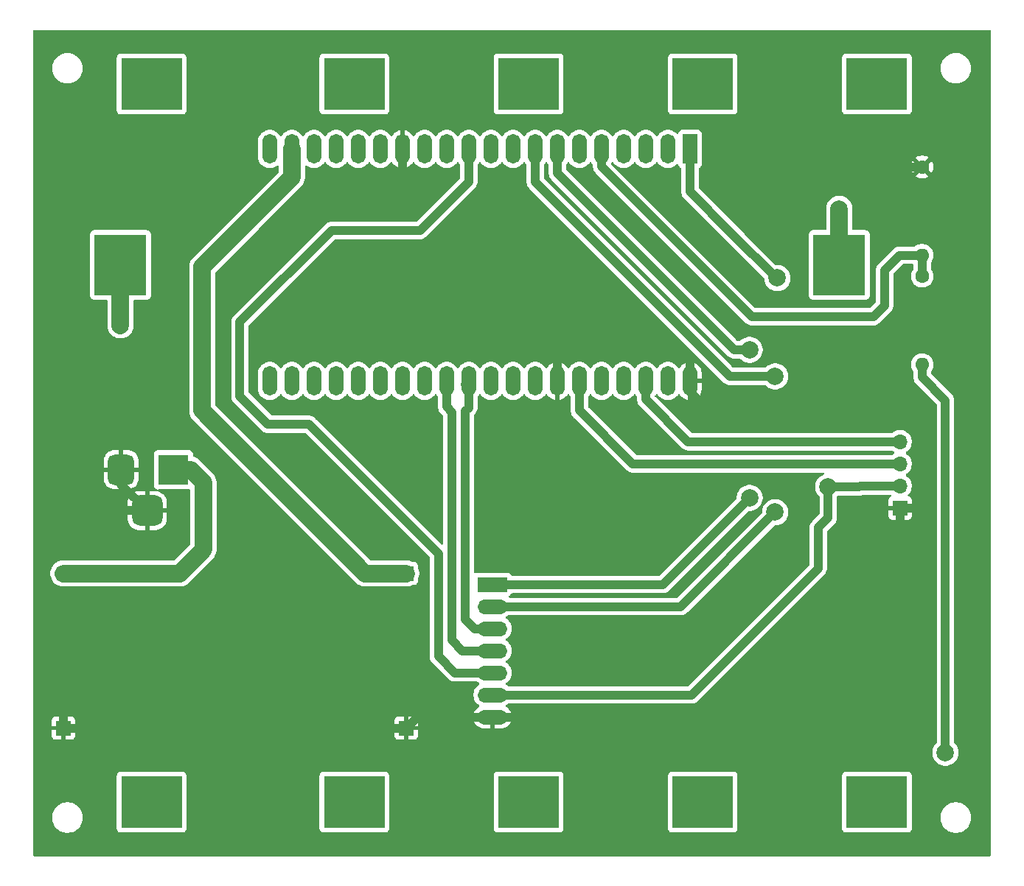
<source format=gbr>
%TF.GenerationSoftware,KiCad,Pcbnew,9.0.0*%
%TF.CreationDate,2025-05-13T00:13:43-03:00*%
%TF.ProjectId,EcoMaua_Rx_Telemetry_Module,45636f4d-6175-4615-9f52-785f54656c65,rev?*%
%TF.SameCoordinates,Original*%
%TF.FileFunction,Copper,L2,Bot*%
%TF.FilePolarity,Positive*%
%FSLAX46Y46*%
G04 Gerber Fmt 4.6, Leading zero omitted, Abs format (unit mm)*
G04 Created by KiCad (PCBNEW 9.0.0) date 2025-05-13 00:13:43*
%MOMM*%
%LPD*%
G01*
G04 APERTURE LIST*
G04 Aperture macros list*
%AMRoundRect*
0 Rectangle with rounded corners*
0 $1 Rounding radius*
0 $2 $3 $4 $5 $6 $7 $8 $9 X,Y pos of 4 corners*
0 Add a 4 corners polygon primitive as box body*
4,1,4,$2,$3,$4,$5,$6,$7,$8,$9,$2,$3,0*
0 Add four circle primitives for the rounded corners*
1,1,$1+$1,$2,$3*
1,1,$1+$1,$4,$5*
1,1,$1+$1,$6,$7*
1,1,$1+$1,$8,$9*
0 Add four rect primitives between the rounded corners*
20,1,$1+$1,$2,$3,$4,$5,0*
20,1,$1+$1,$4,$5,$6,$7,0*
20,1,$1+$1,$6,$7,$8,$9,0*
20,1,$1+$1,$8,$9,$2,$3,0*%
G04 Aperture macros list end*
%TA.AperFunction,ComponentPad*%
%ADD10RoundRect,0.425000X-0.425000X-0.425000X0.425000X-0.425000X0.425000X0.425000X-0.425000X0.425000X0*%
%TD*%
%TA.AperFunction,ComponentPad*%
%ADD11R,1.700000X1.700000*%
%TD*%
%TA.AperFunction,ComponentPad*%
%ADD12R,3.500000X3.500000*%
%TD*%
%TA.AperFunction,ComponentPad*%
%ADD13RoundRect,0.750000X-0.750000X-1.000000X0.750000X-1.000000X0.750000X1.000000X-0.750000X1.000000X0*%
%TD*%
%TA.AperFunction,ComponentPad*%
%ADD14RoundRect,0.875000X-0.875000X-0.875000X0.875000X-0.875000X0.875000X0.875000X-0.875000X0.875000X0*%
%TD*%
%TA.AperFunction,ComponentPad*%
%ADD15R,3.400000X1.700000*%
%TD*%
%TA.AperFunction,ComponentPad*%
%ADD16O,3.400000X1.700000*%
%TD*%
%TA.AperFunction,ComponentPad*%
%ADD17O,1.700000X1.700000*%
%TD*%
%TA.AperFunction,ComponentPad*%
%ADD18C,1.600000*%
%TD*%
%TA.AperFunction,ComponentPad*%
%ADD19O,1.600000X1.600000*%
%TD*%
%TA.AperFunction,ComponentPad*%
%ADD20R,1.700000X3.400000*%
%TD*%
%TA.AperFunction,ComponentPad*%
%ADD21O,1.700000X3.400000*%
%TD*%
%TA.AperFunction,ComponentPad*%
%ADD22R,6.000000X7.000000*%
%TD*%
%TA.AperFunction,ComponentPad*%
%ADD23R,7.000000X6.000000*%
%TD*%
%TA.AperFunction,ViaPad*%
%ADD24C,2.000000*%
%TD*%
%TA.AperFunction,Conductor*%
%ADD25C,1.000000*%
%TD*%
%TA.AperFunction,Conductor*%
%ADD26C,2.000000*%
%TD*%
G04 APERTURE END LIST*
D10*
%TO.P,U1,1,IN+*%
%TO.N,PWR*%
X74345800Y-103174800D03*
D11*
%TO.P,U1,2,IN-*%
%TO.N,GND*%
X74345800Y-120954800D03*
%TO.P,U1,3,OUT-*%
X113715800Y-120954800D03*
%TO.P,U1,4,OUT+*%
%TO.N,+5V*%
X113715800Y-103174800D03*
%TD*%
D12*
%TO.P,J1,1*%
%TO.N,PWR*%
X86975200Y-91244500D03*
D13*
%TO.P,J1,2*%
%TO.N,GND*%
X80975200Y-91244500D03*
D14*
%TO.P,J1,3,MountPin*%
X83975200Y-95944500D03*
%TD*%
D15*
%TO.P,M1,1,M0*%
%TO.N,E32_433T30D_M0*%
X123634500Y-104444800D03*
D16*
%TO.P,M1,2,M1*%
%TO.N,E32_433T30D_M1*%
X123634500Y-106984800D03*
%TO.P,M1,3,RXD*%
%TO.N,ESP32_UART_2_TX*%
X123634500Y-109524800D03*
%TO.P,M1,4,TXD*%
%TO.N,ESP32_UART_2_RX*%
X123634500Y-112064800D03*
%TO.P,M1,5,AUX*%
%TO.N,E32_433T30D_AUX*%
X123634500Y-114604800D03*
%TO.P,M1,6,VCC*%
%TO.N,+3.3V*%
X123634500Y-117144800D03*
%TO.P,M1,7,GND*%
%TO.N,GND*%
X123634500Y-119684800D03*
%TD*%
D11*
%TO.P,J2,1,Pin_1*%
%TO.N,GND*%
X170434000Y-95656400D03*
D17*
%TO.P,J2,2,Pin_2*%
%TO.N,+3.3V*%
X170434000Y-93116400D03*
%TO.P,J2,3,Pin_3*%
%TO.N,ESP32_I2C_SDA*%
X170434000Y-90576400D03*
%TO.P,J2,4,Pin_4*%
%TO.N,ESP32_I2C_SCL*%
X170434000Y-88036400D03*
%TD*%
D18*
%TO.P,R1,1*%
%TO.N,BATT_SENS*%
X172974000Y-69018800D03*
D19*
%TO.P,R1,2*%
%TO.N,B+*%
X172974000Y-79178800D03*
%TD*%
D20*
%TO.P,ESP1,1,VIN_3.3V*%
%TO.N,+3.3V*%
X146304000Y-54381400D03*
D21*
%TO.P,ESP1,2,EN*%
%TO.N,unconnected-(ESP1-EN-Pad2)*%
X143764000Y-54381400D03*
%TO.P,ESP1,3,SVP*%
%TO.N,unconnected-(ESP1-SVP-Pad3)*%
X141224000Y-54381400D03*
%TO.P,ESP1,4,SVN*%
%TO.N,unconnected-(ESP1-SVN-Pad4)*%
X138684000Y-54381400D03*
%TO.P,ESP1,5,P34*%
%TO.N,BATT_SENS*%
X136144000Y-54381400D03*
%TO.P,ESP1,6,P35*%
%TO.N,unconnected-(ESP1-P35-Pad6)*%
X133604000Y-54381400D03*
%TO.P,ESP1,7,P32*%
%TO.N,E32_433T30D_M0*%
X131064000Y-54381400D03*
%TO.P,ESP1,8,P33*%
%TO.N,E32_433T30D_M1*%
X128524000Y-54381400D03*
%TO.P,ESP1,9,P25*%
%TO.N,unconnected-(ESP1-P25-Pad9)*%
X125984000Y-54381400D03*
%TO.P,ESP1,10,P26*%
%TO.N,unconnected-(ESP1-P26-Pad10)*%
X123444000Y-54381400D03*
%TO.P,ESP1,11,P27*%
%TO.N,E32_433T30D_AUX*%
X120904000Y-54381400D03*
%TO.P,ESP1,12,P14*%
%TO.N,unconnected-(ESP1-P14-Pad12)*%
X118364000Y-54381400D03*
%TO.P,ESP1,13,P12*%
%TO.N,unconnected-(ESP1-P12-Pad13)*%
X115824000Y-54381400D03*
%TO.P,ESP1,14,GND*%
%TO.N,GND*%
X113284000Y-54381400D03*
%TO.P,ESP1,15,P13*%
%TO.N,unconnected-(ESP1-P13-Pad15)*%
X110744000Y-54381400D03*
%TO.P,ESP1,16,SD2*%
%TO.N,unconnected-(ESP1-SD2-Pad16)*%
X108204000Y-54381400D03*
%TO.P,ESP1,17,SD3*%
%TO.N,unconnected-(ESP1-SD3-Pad17)*%
X105664000Y-54381400D03*
%TO.P,ESP1,18,CMD*%
%TO.N,unconnected-(ESP1-CMD-Pad18)*%
X103124000Y-54381400D03*
%TO.P,ESP1,19,VIN_5V*%
%TO.N,+5V*%
X100584000Y-54381400D03*
%TO.P,ESP1,20*%
%TO.N,N/C*%
X98044000Y-54381400D03*
%TO.P,ESP1,21*%
X98044000Y-81051400D03*
%TO.P,ESP1,22,CLK*%
%TO.N,unconnected-(ESP1-CLK-Pad22)*%
X100584000Y-81051400D03*
%TO.P,ESP1,23,SD0*%
%TO.N,unconnected-(ESP1-SD0-Pad23)*%
X103124000Y-81051400D03*
%TO.P,ESP1,24,SD1*%
%TO.N,unconnected-(ESP1-SD1-Pad24)*%
X105664000Y-81051400D03*
%TO.P,ESP1,25,P15*%
%TO.N,unconnected-(ESP1-P15-Pad25)*%
X108204000Y-81051400D03*
%TO.P,ESP1,26,P2*%
%TO.N,unconnected-(ESP1-P2-Pad26)*%
X110744000Y-81051400D03*
%TO.P,ESP1,27,P0*%
%TO.N,unconnected-(ESP1-P0-Pad27)*%
X113284000Y-81051400D03*
%TO.P,ESP1,28,P4*%
%TO.N,unconnected-(ESP1-P4-Pad28)*%
X115824000Y-81051400D03*
%TO.P,ESP1,29,P16*%
%TO.N,ESP32_UART_2_RX*%
X118364000Y-81051400D03*
%TO.P,ESP1,30,P17*%
%TO.N,ESP32_UART_2_TX*%
X120904000Y-81051400D03*
%TO.P,ESP1,31,P5*%
%TO.N,unconnected-(ESP1-P5-Pad31)*%
X123444000Y-81051400D03*
%TO.P,ESP1,32,P18*%
%TO.N,unconnected-(ESP1-P18-Pad32)*%
X125984000Y-81051400D03*
%TO.P,ESP1,33,P19*%
%TO.N,unconnected-(ESP1-P19-Pad33)*%
X128524000Y-81051400D03*
%TO.P,ESP1,34,GND*%
%TO.N,GND*%
X131064000Y-81051400D03*
%TO.P,ESP1,35,P21*%
%TO.N,ESP32_I2C_SDA*%
X133604000Y-81051400D03*
%TO.P,ESP1,36,RX*%
%TO.N,unconnected-(ESP1-RX-Pad36)*%
X136144000Y-81051400D03*
%TO.P,ESP1,37,TX*%
%TO.N,unconnected-(ESP1-TX-Pad37)*%
X138684000Y-81051400D03*
%TO.P,ESP1,38,P22*%
%TO.N,ESP32_I2C_SCL*%
X141224000Y-81051400D03*
%TO.P,ESP1,39,P23*%
%TO.N,unconnected-(ESP1-P23-Pad39)*%
X143764000Y-81051400D03*
%TO.P,ESP1,40,GND*%
%TO.N,GND*%
X146304000Y-81051400D03*
D22*
%TO.P,ESP1,41,B-*%
%TO.N,B-*%
X163449000Y-67716400D03*
%TO.P,ESP1,42,B+*%
%TO.N,B+*%
X80899000Y-67716400D03*
%TD*%
D18*
%TO.P,R2,1*%
%TO.N,GND*%
X172974000Y-56438800D03*
D19*
%TO.P,R2,2*%
%TO.N,BATT_SENS*%
X172974000Y-66598800D03*
%TD*%
D23*
%TO.P,BAT1,1,B+*%
%TO.N,B+*%
X84481350Y-129463800D03*
%TO.P,BAT1,2,B-*%
%TO.N,B-*%
X84481350Y-46913800D03*
%TD*%
%TO.P,BAT2,1,B1a*%
%TO.N,B+*%
X107769600Y-129463800D03*
%TO.P,BAT2,2,B1b*%
%TO.N,B-*%
X107769600Y-46913800D03*
%TO.P,BAT2,3,B2a*%
%TO.N,B+*%
X127769600Y-129463800D03*
%TO.P,BAT2,4,B2b*%
%TO.N,B-*%
X127769600Y-46913800D03*
%TO.P,BAT2,5,B3a*%
%TO.N,B+*%
X147769600Y-129463800D03*
%TO.P,BAT2,6,B3b*%
%TO.N,B-*%
X147769600Y-46913800D03*
%TO.P,BAT2,7,B4a*%
%TO.N,B+*%
X167769600Y-129463800D03*
%TO.P,BAT2,8,B4b*%
%TO.N,B-*%
X167769600Y-46913800D03*
%TD*%
D24*
%TO.N,B+*%
X80899000Y-74650600D03*
%TO.N,B-*%
X163449000Y-61264800D03*
%TO.N,GND*%
X139903200Y-86207600D03*
%TO.N,B+*%
X175641000Y-123774200D03*
%TO.N,GND*%
X113284000Y-58420000D03*
X153416000Y-58420000D03*
X113157000Y-67691000D03*
%TO.N,E32_433T30D_M1*%
X156083000Y-96139000D03*
X156083000Y-80518000D03*
%TO.N,E32_433T30D_M0*%
X153162000Y-94488000D03*
X153162000Y-77470000D03*
%TO.N,+3.3V*%
X156337000Y-69215000D03*
X162179000Y-93218000D03*
%TD*%
D25*
%TO.N,B+*%
X175641000Y-123774200D02*
X175641000Y-83312000D01*
X175641000Y-83312000D02*
X172974000Y-80645000D01*
X172974000Y-80645000D02*
X172974000Y-79178800D01*
D26*
X80899000Y-67716400D02*
X80899000Y-74650600D01*
%TO.N,B-*%
X163449000Y-67716400D02*
X163449000Y-61264800D01*
D25*
%TO.N,+3.3V*%
X165735000Y-93218000D02*
X165836600Y-93116400D01*
X162179000Y-93218000D02*
X165735000Y-93218000D01*
D26*
%TO.N,+5V*%
X100584000Y-57658000D02*
X100584000Y-54381400D01*
X90297000Y-67945000D02*
X100584000Y-57658000D01*
X109016800Y-103174800D02*
X90297000Y-84455000D01*
X113715800Y-103174800D02*
X109016800Y-103174800D01*
X90297000Y-84455000D02*
X90297000Y-67945000D01*
D25*
%TO.N,E32_433T30D_AUX*%
X119303800Y-114604800D02*
X123634500Y-114604800D01*
X117424200Y-112725200D02*
X119303800Y-114604800D01*
X117424200Y-100914200D02*
X117424200Y-112725200D01*
X102539800Y-86029800D02*
X117424200Y-100914200D01*
X115316000Y-63754000D02*
X105156000Y-63754000D01*
X120904000Y-58166000D02*
X115316000Y-63754000D01*
X94615000Y-74295000D02*
X94615000Y-82804000D01*
X105156000Y-63754000D02*
X94615000Y-74295000D01*
X120904000Y-54381400D02*
X120904000Y-58166000D01*
X94615000Y-82804000D02*
X97840800Y-86029800D01*
X97840800Y-86029800D02*
X102539800Y-86029800D01*
%TO.N,ESP32_UART_2_TX*%
X120523000Y-84531200D02*
X120904000Y-84150200D01*
X121589800Y-109524800D02*
X120523000Y-108458000D01*
X120523000Y-108458000D02*
X120523000Y-84531200D01*
X120904000Y-84150200D02*
X120904000Y-81051400D01*
X123634500Y-109524800D02*
X121589800Y-109524800D01*
%TO.N,ESP32_UART_2_RX*%
X118364000Y-84023200D02*
X118364000Y-81051400D01*
X118973600Y-84632800D02*
X118364000Y-84023200D01*
X120192800Y-112064800D02*
X118973600Y-110845600D01*
X118973600Y-110845600D02*
X118973600Y-84632800D01*
X123634500Y-112064800D02*
X120192800Y-112064800D01*
%TO.N,GND*%
X172212000Y-84201000D02*
X173482000Y-85471000D01*
X72136000Y-100584000D02*
X76775500Y-95944500D01*
X146304000Y-81051400D02*
X146304000Y-82296000D01*
X168986200Y-56438800D02*
X172974000Y-56438800D01*
X74345800Y-120954800D02*
X113715800Y-120954800D01*
X173482000Y-94996000D02*
X172821600Y-95656400D01*
X155575000Y-85471000D02*
X156845000Y-84201000D01*
X114985800Y-119684800D02*
X113715800Y-120954800D01*
X156845000Y-84201000D02*
X172212000Y-84201000D01*
X153416000Y-58420000D02*
X167005000Y-58420000D01*
X126492000Y-73533000D02*
X131064000Y-78105000D01*
X173482000Y-85471000D02*
X173482000Y-94996000D01*
X80975200Y-91244500D02*
X80975200Y-92944500D01*
X80975200Y-92944500D02*
X83975200Y-95944500D01*
X146304000Y-81051400D02*
X146304000Y-78359000D01*
X167005000Y-58420000D02*
X168986200Y-56438800D01*
X74345800Y-120954800D02*
X74345800Y-115366800D01*
X146304000Y-78359000D02*
X144780000Y-76835000D01*
X72136000Y-113157000D02*
X72136000Y-100584000D01*
X76775500Y-95944500D02*
X83975200Y-95944500D01*
X131064000Y-78105000D02*
X131064000Y-81051400D01*
X132334000Y-76835000D02*
X131064000Y-78105000D01*
X149479000Y-85471000D02*
X155575000Y-85471000D01*
X123634500Y-119684800D02*
X158191200Y-119684800D01*
X118999000Y-73533000D02*
X126492000Y-73533000D01*
X144780000Y-76835000D02*
X132334000Y-76835000D01*
X172821600Y-95656400D02*
X170434000Y-95656400D01*
X74345800Y-115366800D02*
X72136000Y-113157000D01*
X146304000Y-82296000D02*
X149479000Y-85471000D01*
X123634500Y-119684800D02*
X114985800Y-119684800D01*
X113284000Y-54381400D02*
X113284000Y-58420000D01*
X170434000Y-107442000D02*
X170434000Y-95656400D01*
X113157000Y-67691000D02*
X118999000Y-73533000D01*
X158191200Y-119684800D02*
X170434000Y-107442000D01*
%TO.N,E32_433T30D_M1*%
X128524000Y-58166000D02*
X128524000Y-54381400D01*
X156083000Y-80518000D02*
X150876000Y-80518000D01*
X123634500Y-106984800D02*
X145237200Y-106984800D01*
X150876000Y-80518000D02*
X128524000Y-58166000D01*
X145237200Y-106984800D02*
X156083000Y-96139000D01*
%TO.N,ESP32_UART_2_TX*%
X120523000Y-81432400D02*
X120904000Y-81051400D01*
%TO.N,E32_433T30D_M0*%
X123634500Y-104444800D02*
X143205200Y-104444800D01*
X131064000Y-57150000D02*
X131064000Y-54381400D01*
X143205200Y-104444800D02*
X153162000Y-94488000D01*
X153162000Y-77470000D02*
X151384000Y-77470000D01*
X151384000Y-77470000D02*
X131064000Y-57150000D01*
%TO.N,BATT_SENS*%
X170383200Y-66598800D02*
X168656000Y-68326000D01*
X136144000Y-56388000D02*
X136144000Y-54381400D01*
X168656000Y-68326000D02*
X168656000Y-72390000D01*
X153416000Y-73660000D02*
X136144000Y-56388000D01*
X167386000Y-73660000D02*
X153416000Y-73660000D01*
X172974000Y-66598800D02*
X170383200Y-66598800D01*
X172974000Y-66598800D02*
X172974000Y-69018800D01*
X168656000Y-72390000D02*
X167386000Y-73660000D01*
%TO.N,+3.3V*%
X146507200Y-117144800D02*
X161036000Y-102616000D01*
X162179000Y-96774000D02*
X161036000Y-97917000D01*
X165836600Y-93116400D02*
X170434000Y-93116400D01*
X151003000Y-64008000D02*
X156210000Y-69215000D01*
X161036000Y-102616000D02*
X161036000Y-97917000D01*
X146304000Y-54381400D02*
X146304000Y-59309000D01*
X162179000Y-93218000D02*
X162179000Y-96774000D01*
X123634500Y-117144800D02*
X146507200Y-117144800D01*
X146304000Y-59309000D02*
X151003000Y-64008000D01*
X156210000Y-69215000D02*
X156337000Y-69215000D01*
%TO.N,ESP32_I2C_SCL*%
X146075400Y-88036400D02*
X141224000Y-83185000D01*
X141224000Y-83185000D02*
X141224000Y-81051400D01*
X170434000Y-88036400D02*
X146075400Y-88036400D01*
%TO.N,ESP32_I2C_SDA*%
X170434000Y-90576400D02*
X139725400Y-90576400D01*
X133604000Y-84455000D02*
X133604000Y-81051400D01*
X139725400Y-90576400D02*
X133604000Y-84455000D01*
D26*
%TO.N,PWR*%
X90424000Y-92710000D02*
X90424000Y-100457000D01*
X87706200Y-103174800D02*
X74345800Y-103174800D01*
X88958500Y-91244500D02*
X90424000Y-92710000D01*
X86975200Y-91244500D02*
X88958500Y-91244500D01*
X90424000Y-100457000D02*
X87706200Y-103174800D01*
%TD*%
%TA.AperFunction,Conductor*%
%TO.N,GND*%
G36*
X131314000Y-83228630D02*
G01*
X131380126Y-83218157D01*
X131380129Y-83218157D01*
X131582217Y-83152495D01*
X131771557Y-83056020D01*
X131943459Y-82931127D01*
X131943464Y-82931123D01*
X132093723Y-82780864D01*
X132093727Y-82780859D01*
X132218620Y-82608958D01*
X132223232Y-82599907D01*
X132271205Y-82549109D01*
X132339025Y-82532312D01*
X132405161Y-82554847D01*
X132444204Y-82599904D01*
X132448949Y-82609217D01*
X132576759Y-82785134D01*
X132575888Y-82785766D01*
X132602357Y-82844801D01*
X132603500Y-82861599D01*
X132603500Y-84553544D01*
X132641947Y-84746833D01*
X132641949Y-84746836D01*
X132664038Y-84800165D01*
X132667039Y-84807409D01*
X132717366Y-84928911D01*
X132717371Y-84928920D01*
X132826860Y-85092781D01*
X132826863Y-85092785D01*
X132970537Y-85236459D01*
X132970559Y-85236479D01*
X138945135Y-91211055D01*
X138945164Y-91211086D01*
X139087614Y-91353536D01*
X139087618Y-91353539D01*
X139251479Y-91463028D01*
X139251492Y-91463035D01*
X139380233Y-91516361D01*
X139423144Y-91534135D01*
X139433564Y-91538451D01*
X139530212Y-91557675D01*
X139578535Y-91567287D01*
X139626858Y-91576900D01*
X139626859Y-91576900D01*
X139626860Y-91576900D01*
X139823940Y-91576900D01*
X161591162Y-91576900D01*
X161658201Y-91596585D01*
X161703956Y-91649389D01*
X161713900Y-91718547D01*
X161684875Y-91782103D01*
X161629480Y-91818830D01*
X161603008Y-91827432D01*
X161603005Y-91827433D01*
X161392566Y-91934657D01*
X161283550Y-92013862D01*
X161201490Y-92073483D01*
X161201488Y-92073485D01*
X161201487Y-92073485D01*
X161034485Y-92240487D01*
X161034485Y-92240488D01*
X161034483Y-92240490D01*
X160984937Y-92308684D01*
X160895657Y-92431566D01*
X160788433Y-92642003D01*
X160715446Y-92866631D01*
X160678500Y-93099902D01*
X160678500Y-93336097D01*
X160715446Y-93569368D01*
X160788433Y-93793996D01*
X160848564Y-93912008D01*
X160895657Y-94004433D01*
X161034483Y-94195510D01*
X161034485Y-94195512D01*
X161142181Y-94303208D01*
X161175666Y-94364531D01*
X161178500Y-94390889D01*
X161178500Y-96308217D01*
X161158815Y-96375256D01*
X161142181Y-96395898D01*
X160674492Y-96863587D01*
X160398221Y-97139858D01*
X160398218Y-97139861D01*
X160342592Y-97195487D01*
X160258859Y-97279219D01*
X160149371Y-97443079D01*
X160149366Y-97443088D01*
X160104611Y-97551139D01*
X160073950Y-97625159D01*
X160073949Y-97625162D01*
X160073949Y-97625164D01*
X160066894Y-97660632D01*
X160066894Y-97660633D01*
X160035500Y-97818456D01*
X160035500Y-102150218D01*
X160015815Y-102217257D01*
X159999181Y-102237899D01*
X146129099Y-116107981D01*
X146067776Y-116141466D01*
X146041418Y-116144300D01*
X125444700Y-116144300D01*
X125377661Y-116124615D01*
X125365134Y-116115306D01*
X125192320Y-115989751D01*
X125191615Y-115989391D01*
X125183554Y-115985285D01*
X125132759Y-115937312D01*
X125115963Y-115869492D01*
X125138499Y-115803356D01*
X125183554Y-115764315D01*
X125192316Y-115759851D01*
X125214289Y-115743886D01*
X125364286Y-115634909D01*
X125364288Y-115634906D01*
X125364292Y-115634904D01*
X125514604Y-115484592D01*
X125514606Y-115484588D01*
X125514609Y-115484586D01*
X125639548Y-115312620D01*
X125639547Y-115312620D01*
X125639551Y-115312616D01*
X125736057Y-115123212D01*
X125801746Y-114921043D01*
X125835000Y-114711087D01*
X125835000Y-114498513D01*
X125801746Y-114288557D01*
X125736057Y-114086388D01*
X125639551Y-113896984D01*
X125639549Y-113896981D01*
X125639548Y-113896979D01*
X125514609Y-113725013D01*
X125364286Y-113574690D01*
X125192320Y-113449751D01*
X125191615Y-113449391D01*
X125183554Y-113445285D01*
X125132759Y-113397312D01*
X125115963Y-113329492D01*
X125138499Y-113263356D01*
X125183554Y-113224315D01*
X125192316Y-113219851D01*
X125220868Y-113199107D01*
X125364286Y-113094909D01*
X125364288Y-113094906D01*
X125364292Y-113094904D01*
X125514604Y-112944592D01*
X125514606Y-112944588D01*
X125514609Y-112944586D01*
X125639548Y-112772620D01*
X125639547Y-112772620D01*
X125639551Y-112772616D01*
X125736057Y-112583212D01*
X125801746Y-112381043D01*
X125835000Y-112171087D01*
X125835000Y-111958513D01*
X125801746Y-111748557D01*
X125736057Y-111546388D01*
X125639551Y-111356984D01*
X125639549Y-111356981D01*
X125639548Y-111356979D01*
X125514609Y-111185013D01*
X125364286Y-111034690D01*
X125192320Y-110909751D01*
X125191615Y-110909391D01*
X125183554Y-110905285D01*
X125132759Y-110857312D01*
X125115963Y-110789492D01*
X125138499Y-110723356D01*
X125183554Y-110684315D01*
X125192316Y-110679851D01*
X125214289Y-110663886D01*
X125364286Y-110554909D01*
X125364288Y-110554906D01*
X125364292Y-110554904D01*
X125514604Y-110404592D01*
X125514606Y-110404588D01*
X125514609Y-110404586D01*
X125639548Y-110232620D01*
X125639547Y-110232620D01*
X125639551Y-110232616D01*
X125736057Y-110043212D01*
X125801746Y-109841043D01*
X125835000Y-109631087D01*
X125835000Y-109418513D01*
X125801746Y-109208557D01*
X125736057Y-109006388D01*
X125639551Y-108816984D01*
X125639549Y-108816981D01*
X125639548Y-108816979D01*
X125514609Y-108645013D01*
X125364286Y-108494690D01*
X125192320Y-108369751D01*
X125191615Y-108369391D01*
X125183554Y-108365285D01*
X125132759Y-108317312D01*
X125115963Y-108249492D01*
X125138499Y-108183356D01*
X125183554Y-108144315D01*
X125192316Y-108139851D01*
X125207269Y-108128986D01*
X125368234Y-108012041D01*
X125368864Y-108012908D01*
X125427919Y-107986441D01*
X125444700Y-107985300D01*
X145335742Y-107985300D01*
X145366766Y-107979128D01*
X145432388Y-107966075D01*
X145529036Y-107946851D01*
X145582365Y-107924761D01*
X145711114Y-107871432D01*
X145874982Y-107761939D01*
X146014339Y-107622582D01*
X146014339Y-107622580D01*
X146024547Y-107612373D01*
X146024548Y-107612370D01*
X155961102Y-97675819D01*
X156022425Y-97642334D01*
X156048783Y-97639500D01*
X156201097Y-97639500D01*
X156434368Y-97602553D01*
X156658992Y-97529568D01*
X156869433Y-97422343D01*
X157060510Y-97283517D01*
X157227517Y-97116510D01*
X157366343Y-96925433D01*
X157473568Y-96714992D01*
X157546553Y-96490368D01*
X157559215Y-96410425D01*
X157583500Y-96257097D01*
X157583500Y-96020902D01*
X157546553Y-95787631D01*
X157496152Y-95632514D01*
X157473568Y-95563008D01*
X157473566Y-95563005D01*
X157473566Y-95563003D01*
X157366342Y-95352566D01*
X157364037Y-95349393D01*
X157227517Y-95161490D01*
X157060510Y-94994483D01*
X156869433Y-94855657D01*
X156837464Y-94839368D01*
X156658996Y-94748433D01*
X156434368Y-94675446D01*
X156201097Y-94638500D01*
X156201092Y-94638500D01*
X155964908Y-94638500D01*
X155964903Y-94638500D01*
X155731631Y-94675446D01*
X155507003Y-94748433D01*
X155296566Y-94855657D01*
X155203454Y-94923308D01*
X155105490Y-94994483D01*
X155105488Y-94994485D01*
X155105487Y-94994485D01*
X154938485Y-95161487D01*
X154938485Y-95161488D01*
X154938483Y-95161490D01*
X154917424Y-95190475D01*
X154799657Y-95352566D01*
X154692433Y-95563003D01*
X154619446Y-95787631D01*
X154582500Y-96020902D01*
X154582500Y-96173217D01*
X154562815Y-96240256D01*
X154546181Y-96260898D01*
X144859099Y-105947981D01*
X144797776Y-105981466D01*
X144771418Y-105984300D01*
X125605360Y-105984300D01*
X125538321Y-105964615D01*
X125492566Y-105911811D01*
X125482622Y-105842653D01*
X125511647Y-105779097D01*
X125562027Y-105744118D01*
X125576828Y-105738597D01*
X125576827Y-105738597D01*
X125576831Y-105738596D01*
X125692046Y-105652346D01*
X125778296Y-105537131D01*
X125782460Y-105525965D01*
X125824329Y-105470034D01*
X125889793Y-105445616D01*
X125898641Y-105445300D01*
X143303742Y-105445300D01*
X143334766Y-105439128D01*
X143400388Y-105426075D01*
X143497036Y-105406851D01*
X143550365Y-105384761D01*
X143679114Y-105331432D01*
X143842982Y-105221939D01*
X143982339Y-105082582D01*
X143982339Y-105082580D01*
X143992547Y-105072373D01*
X143992548Y-105072370D01*
X153040102Y-96024819D01*
X153101425Y-95991334D01*
X153127783Y-95988500D01*
X153280097Y-95988500D01*
X153513368Y-95951553D01*
X153737992Y-95878568D01*
X153948433Y-95771343D01*
X154139510Y-95632517D01*
X154306517Y-95465510D01*
X154445343Y-95274433D01*
X154552568Y-95063992D01*
X154625553Y-94839368D01*
X154638350Y-94758572D01*
X154662500Y-94606097D01*
X154662500Y-94369902D01*
X154625553Y-94136631D01*
X154579921Y-93996192D01*
X154552568Y-93912008D01*
X154552566Y-93912005D01*
X154552566Y-93912003D01*
X154492436Y-93793992D01*
X154445343Y-93701567D01*
X154306517Y-93510490D01*
X154139510Y-93343483D01*
X153948433Y-93204657D01*
X153737996Y-93097433D01*
X153513368Y-93024446D01*
X153280097Y-92987500D01*
X153280092Y-92987500D01*
X153043908Y-92987500D01*
X153043903Y-92987500D01*
X152810631Y-93024446D01*
X152586003Y-93097433D01*
X152375566Y-93204657D01*
X152266550Y-93283862D01*
X152184490Y-93343483D01*
X152184488Y-93343485D01*
X152184487Y-93343485D01*
X152017485Y-93510487D01*
X152017485Y-93510488D01*
X152017483Y-93510490D01*
X151968174Y-93578358D01*
X151878657Y-93701566D01*
X151771433Y-93912003D01*
X151698446Y-94136631D01*
X151661500Y-94369902D01*
X151661500Y-94522217D01*
X151641815Y-94589256D01*
X151625181Y-94609898D01*
X142827099Y-103407981D01*
X142765776Y-103441466D01*
X142739418Y-103444300D01*
X125898641Y-103444300D01*
X125831602Y-103424615D01*
X125785847Y-103371811D01*
X125782469Y-103363659D01*
X125778296Y-103352469D01*
X125778293Y-103352465D01*
X125778293Y-103352464D01*
X125692047Y-103237255D01*
X125692044Y-103237252D01*
X125576835Y-103151006D01*
X125576828Y-103151002D01*
X125441982Y-103100708D01*
X125441983Y-103100708D01*
X125382383Y-103094301D01*
X125382381Y-103094300D01*
X125382373Y-103094300D01*
X125382364Y-103094300D01*
X121886629Y-103094300D01*
X121886623Y-103094301D01*
X121827015Y-103100709D01*
X121690832Y-103151501D01*
X121621141Y-103156485D01*
X121559818Y-103122999D01*
X121526333Y-103061676D01*
X121523500Y-103035319D01*
X121523500Y-84996983D01*
X121531317Y-84970360D01*
X121535875Y-84942984D01*
X121541805Y-84934640D01*
X121543185Y-84929944D01*
X121555610Y-84913723D01*
X121557662Y-84911457D01*
X121681139Y-84787982D01*
X121708632Y-84746836D01*
X121790632Y-84624114D01*
X121866051Y-84442035D01*
X121886962Y-84336908D01*
X121904500Y-84248743D01*
X121904500Y-82861599D01*
X121924185Y-82794560D01*
X121933471Y-82782064D01*
X122059048Y-82609220D01*
X122059047Y-82609220D01*
X122059051Y-82609216D01*
X122063514Y-82600454D01*
X122111488Y-82549659D01*
X122179308Y-82532863D01*
X122245444Y-82555399D01*
X122284486Y-82600456D01*
X122288951Y-82609220D01*
X122413890Y-82781186D01*
X122564213Y-82931509D01*
X122736179Y-83056448D01*
X122736181Y-83056449D01*
X122736184Y-83056451D01*
X122925588Y-83152957D01*
X123127757Y-83218646D01*
X123337713Y-83251900D01*
X123337714Y-83251900D01*
X123550286Y-83251900D01*
X123550287Y-83251900D01*
X123760243Y-83218646D01*
X123962412Y-83152957D01*
X124151816Y-83056451D01*
X124201761Y-83020164D01*
X124323786Y-82931509D01*
X124323788Y-82931506D01*
X124323792Y-82931504D01*
X124474104Y-82781192D01*
X124474106Y-82781188D01*
X124474109Y-82781186D01*
X124599048Y-82609220D01*
X124599047Y-82609220D01*
X124599051Y-82609216D01*
X124603514Y-82600454D01*
X124651488Y-82549659D01*
X124719308Y-82532863D01*
X124785444Y-82555399D01*
X124824486Y-82600456D01*
X124828951Y-82609220D01*
X124953890Y-82781186D01*
X125104213Y-82931509D01*
X125276179Y-83056448D01*
X125276181Y-83056449D01*
X125276184Y-83056451D01*
X125465588Y-83152957D01*
X125667757Y-83218646D01*
X125877713Y-83251900D01*
X125877714Y-83251900D01*
X126090286Y-83251900D01*
X126090287Y-83251900D01*
X126300243Y-83218646D01*
X126502412Y-83152957D01*
X126691816Y-83056451D01*
X126741761Y-83020164D01*
X126863786Y-82931509D01*
X126863788Y-82931506D01*
X126863792Y-82931504D01*
X127014104Y-82781192D01*
X127014106Y-82781188D01*
X127014109Y-82781186D01*
X127139048Y-82609220D01*
X127139047Y-82609220D01*
X127139051Y-82609216D01*
X127143514Y-82600454D01*
X127191488Y-82549659D01*
X127259308Y-82532863D01*
X127325444Y-82555399D01*
X127364486Y-82600456D01*
X127368951Y-82609220D01*
X127493890Y-82781186D01*
X127644213Y-82931509D01*
X127816179Y-83056448D01*
X127816181Y-83056449D01*
X127816184Y-83056451D01*
X128005588Y-83152957D01*
X128207757Y-83218646D01*
X128417713Y-83251900D01*
X128417714Y-83251900D01*
X128630286Y-83251900D01*
X128630287Y-83251900D01*
X128840243Y-83218646D01*
X129042412Y-83152957D01*
X129231816Y-83056451D01*
X129281761Y-83020164D01*
X129403786Y-82931509D01*
X129403788Y-82931506D01*
X129403792Y-82931504D01*
X129554104Y-82781192D01*
X129554106Y-82781188D01*
X129554109Y-82781186D01*
X129679048Y-82609220D01*
X129679051Y-82609216D01*
X129683793Y-82599908D01*
X129731763Y-82549111D01*
X129799583Y-82532311D01*
X129865719Y-82554845D01*
X129904763Y-82599900D01*
X129909377Y-82608955D01*
X130034272Y-82780859D01*
X130034276Y-82780864D01*
X130184535Y-82931123D01*
X130184540Y-82931127D01*
X130356442Y-83056020D01*
X130545782Y-83152495D01*
X130747871Y-83218157D01*
X130814000Y-83228631D01*
X130814000Y-81484412D01*
X130871007Y-81517325D01*
X130998174Y-81551400D01*
X131129826Y-81551400D01*
X131256993Y-81517325D01*
X131314000Y-81484412D01*
X131314000Y-83228630D01*
G37*
%TD.AperFunction*%
%TA.AperFunction,Conductor*%
G36*
X140025444Y-82555399D02*
G01*
X140064486Y-82600456D01*
X140068951Y-82609220D01*
X140196759Y-82785134D01*
X140195888Y-82785766D01*
X140222357Y-82844801D01*
X140223500Y-82861599D01*
X140223500Y-83283543D01*
X140261947Y-83476828D01*
X140261950Y-83476840D01*
X140276688Y-83512420D01*
X140337364Y-83658907D01*
X140337371Y-83658920D01*
X140446859Y-83822780D01*
X140446860Y-83822781D01*
X140446861Y-83822782D01*
X140586218Y-83962139D01*
X140586219Y-83962139D01*
X140593286Y-83969206D01*
X140593285Y-83969206D01*
X140593289Y-83969209D01*
X145437615Y-88813537D01*
X145437619Y-88813540D01*
X145601479Y-88923028D01*
X145601485Y-88923031D01*
X145601486Y-88923032D01*
X145783565Y-88998452D01*
X145944789Y-89030521D01*
X145976857Y-89036899D01*
X145976858Y-89036900D01*
X145976859Y-89036900D01*
X145976860Y-89036900D01*
X146173941Y-89036900D01*
X169473800Y-89036900D01*
X169540839Y-89056585D01*
X169553365Y-89065893D01*
X169726182Y-89191450D01*
X169734946Y-89195916D01*
X169785742Y-89243891D01*
X169802536Y-89311712D01*
X169779998Y-89377847D01*
X169734946Y-89416884D01*
X169726182Y-89421349D01*
X169550266Y-89549159D01*
X169549635Y-89548291D01*
X169490581Y-89574759D01*
X169473800Y-89575900D01*
X140191182Y-89575900D01*
X140124143Y-89556215D01*
X140103501Y-89539581D01*
X134640819Y-84076899D01*
X134607334Y-84015576D01*
X134604500Y-83989218D01*
X134604500Y-82861599D01*
X134624185Y-82794560D01*
X134633471Y-82782064D01*
X134759048Y-82609220D01*
X134759047Y-82609220D01*
X134759051Y-82609216D01*
X134763514Y-82600454D01*
X134811488Y-82549659D01*
X134879308Y-82532863D01*
X134945444Y-82555399D01*
X134984486Y-82600456D01*
X134988951Y-82609220D01*
X135113890Y-82781186D01*
X135264213Y-82931509D01*
X135436179Y-83056448D01*
X135436181Y-83056449D01*
X135436184Y-83056451D01*
X135625588Y-83152957D01*
X135827757Y-83218646D01*
X136037713Y-83251900D01*
X136037714Y-83251900D01*
X136250286Y-83251900D01*
X136250287Y-83251900D01*
X136460243Y-83218646D01*
X136662412Y-83152957D01*
X136851816Y-83056451D01*
X136901761Y-83020164D01*
X137023786Y-82931509D01*
X137023788Y-82931506D01*
X137023792Y-82931504D01*
X137174104Y-82781192D01*
X137174106Y-82781188D01*
X137174109Y-82781186D01*
X137299048Y-82609220D01*
X137299047Y-82609220D01*
X137299051Y-82609216D01*
X137303514Y-82600454D01*
X137351488Y-82549659D01*
X137419308Y-82532863D01*
X137485444Y-82555399D01*
X137524486Y-82600456D01*
X137528951Y-82609220D01*
X137653890Y-82781186D01*
X137804213Y-82931509D01*
X137976179Y-83056448D01*
X137976181Y-83056449D01*
X137976184Y-83056451D01*
X138165588Y-83152957D01*
X138367757Y-83218646D01*
X138577713Y-83251900D01*
X138577714Y-83251900D01*
X138790286Y-83251900D01*
X138790287Y-83251900D01*
X139000243Y-83218646D01*
X139202412Y-83152957D01*
X139391816Y-83056451D01*
X139441761Y-83020164D01*
X139563786Y-82931509D01*
X139563788Y-82931506D01*
X139563792Y-82931504D01*
X139714104Y-82781192D01*
X139714106Y-82781188D01*
X139714109Y-82781186D01*
X139839048Y-82609220D01*
X139839047Y-82609220D01*
X139839051Y-82609216D01*
X139843514Y-82600454D01*
X139891488Y-82549659D01*
X139959308Y-82532863D01*
X140025444Y-82555399D01*
G37*
%TD.AperFunction*%
%TA.AperFunction,Conductor*%
G36*
X180791039Y-40710985D02*
G01*
X180836794Y-40763789D01*
X180848000Y-40815300D01*
X180848000Y-135562800D01*
X180828315Y-135629839D01*
X180775511Y-135675594D01*
X180724000Y-135686800D01*
X70990500Y-135686800D01*
X70923461Y-135667115D01*
X70877706Y-135614311D01*
X70866500Y-135562800D01*
X70866500Y-131127058D01*
X73052500Y-131127058D01*
X73052500Y-131356541D01*
X73077446Y-131546015D01*
X73082452Y-131584038D01*
X73082453Y-131584040D01*
X73141842Y-131805687D01*
X73229650Y-132017676D01*
X73229657Y-132017690D01*
X73344392Y-132216417D01*
X73484081Y-132398461D01*
X73484089Y-132398470D01*
X73646330Y-132560711D01*
X73646338Y-132560718D01*
X73828382Y-132700407D01*
X73828385Y-132700408D01*
X73828388Y-132700411D01*
X74027112Y-132815144D01*
X74027117Y-132815146D01*
X74027123Y-132815149D01*
X74118480Y-132852990D01*
X74239113Y-132902958D01*
X74460762Y-132962348D01*
X74688266Y-132992300D01*
X74688273Y-132992300D01*
X74917727Y-132992300D01*
X74917734Y-132992300D01*
X75145238Y-132962348D01*
X75366887Y-132902958D01*
X75578888Y-132815144D01*
X75777612Y-132700411D01*
X75959661Y-132560719D01*
X75959665Y-132560714D01*
X75959670Y-132560711D01*
X76121911Y-132398470D01*
X76121914Y-132398465D01*
X76121919Y-132398461D01*
X76261611Y-132216412D01*
X76376344Y-132017688D01*
X76464158Y-131805687D01*
X76523548Y-131584038D01*
X76553500Y-131356534D01*
X76553500Y-131127066D01*
X76523548Y-130899562D01*
X76464158Y-130677913D01*
X76376344Y-130465912D01*
X76261611Y-130267188D01*
X76261608Y-130267185D01*
X76261607Y-130267182D01*
X76121918Y-130085138D01*
X76121911Y-130085130D01*
X75959670Y-129922889D01*
X75959661Y-129922881D01*
X75777617Y-129783192D01*
X75578890Y-129668457D01*
X75578876Y-129668450D01*
X75366887Y-129580642D01*
X75145238Y-129521252D01*
X75107215Y-129516246D01*
X74917741Y-129491300D01*
X74917734Y-129491300D01*
X74688266Y-129491300D01*
X74688258Y-129491300D01*
X74471715Y-129519809D01*
X74460762Y-129521252D01*
X74367076Y-129546354D01*
X74239112Y-129580642D01*
X74027123Y-129668450D01*
X74027109Y-129668457D01*
X73828382Y-129783192D01*
X73646338Y-129922881D01*
X73484081Y-130085138D01*
X73344392Y-130267182D01*
X73229657Y-130465909D01*
X73229650Y-130465923D01*
X73141842Y-130677912D01*
X73082453Y-130899559D01*
X73082451Y-130899570D01*
X73052500Y-131127058D01*
X70866500Y-131127058D01*
X70866500Y-126415935D01*
X80480850Y-126415935D01*
X80480850Y-132511670D01*
X80480851Y-132511676D01*
X80487258Y-132571283D01*
X80537552Y-132706128D01*
X80537556Y-132706135D01*
X80623802Y-132821344D01*
X80623805Y-132821347D01*
X80739014Y-132907593D01*
X80739021Y-132907597D01*
X80873867Y-132957891D01*
X80873866Y-132957891D01*
X80880794Y-132958635D01*
X80933477Y-132964300D01*
X88029222Y-132964299D01*
X88088833Y-132957891D01*
X88223681Y-132907596D01*
X88338896Y-132821346D01*
X88425146Y-132706131D01*
X88475441Y-132571283D01*
X88481850Y-132511673D01*
X88481849Y-126415935D01*
X103769100Y-126415935D01*
X103769100Y-132511670D01*
X103769101Y-132511676D01*
X103775508Y-132571283D01*
X103825802Y-132706128D01*
X103825806Y-132706135D01*
X103912052Y-132821344D01*
X103912055Y-132821347D01*
X104027264Y-132907593D01*
X104027271Y-132907597D01*
X104162117Y-132957891D01*
X104162116Y-132957891D01*
X104169044Y-132958635D01*
X104221727Y-132964300D01*
X111317472Y-132964299D01*
X111377083Y-132957891D01*
X111511931Y-132907596D01*
X111627146Y-132821346D01*
X111713396Y-132706131D01*
X111763691Y-132571283D01*
X111770100Y-132511673D01*
X111770099Y-126415935D01*
X123769100Y-126415935D01*
X123769100Y-132511670D01*
X123769101Y-132511676D01*
X123775508Y-132571283D01*
X123825802Y-132706128D01*
X123825806Y-132706135D01*
X123912052Y-132821344D01*
X123912055Y-132821347D01*
X124027264Y-132907593D01*
X124027271Y-132907597D01*
X124162117Y-132957891D01*
X124162116Y-132957891D01*
X124169044Y-132958635D01*
X124221727Y-132964300D01*
X131317472Y-132964299D01*
X131377083Y-132957891D01*
X131511931Y-132907596D01*
X131627146Y-132821346D01*
X131713396Y-132706131D01*
X131763691Y-132571283D01*
X131770100Y-132511673D01*
X131770099Y-126415935D01*
X143769100Y-126415935D01*
X143769100Y-132511670D01*
X143769101Y-132511676D01*
X143775508Y-132571283D01*
X143825802Y-132706128D01*
X143825806Y-132706135D01*
X143912052Y-132821344D01*
X143912055Y-132821347D01*
X144027264Y-132907593D01*
X144027271Y-132907597D01*
X144162117Y-132957891D01*
X144162116Y-132957891D01*
X144169044Y-132958635D01*
X144221727Y-132964300D01*
X151317472Y-132964299D01*
X151377083Y-132957891D01*
X151511931Y-132907596D01*
X151627146Y-132821346D01*
X151713396Y-132706131D01*
X151763691Y-132571283D01*
X151770100Y-132511673D01*
X151770099Y-126415935D01*
X163769100Y-126415935D01*
X163769100Y-132511670D01*
X163769101Y-132511676D01*
X163775508Y-132571283D01*
X163825802Y-132706128D01*
X163825806Y-132706135D01*
X163912052Y-132821344D01*
X163912055Y-132821347D01*
X164027264Y-132907593D01*
X164027271Y-132907597D01*
X164162117Y-132957891D01*
X164162116Y-132957891D01*
X164169044Y-132958635D01*
X164221727Y-132964300D01*
X171317472Y-132964299D01*
X171377083Y-132957891D01*
X171511931Y-132907596D01*
X171627146Y-132821346D01*
X171713396Y-132706131D01*
X171763691Y-132571283D01*
X171770100Y-132511673D01*
X171770100Y-131127058D01*
X175084300Y-131127058D01*
X175084300Y-131356541D01*
X175109246Y-131546015D01*
X175114252Y-131584038D01*
X175114253Y-131584040D01*
X175173642Y-131805687D01*
X175261450Y-132017676D01*
X175261457Y-132017690D01*
X175376192Y-132216417D01*
X175515881Y-132398461D01*
X175515889Y-132398470D01*
X175678130Y-132560711D01*
X175678138Y-132560718D01*
X175860182Y-132700407D01*
X175860185Y-132700408D01*
X175860188Y-132700411D01*
X176058912Y-132815144D01*
X176058917Y-132815146D01*
X176058923Y-132815149D01*
X176150280Y-132852990D01*
X176270913Y-132902958D01*
X176492562Y-132962348D01*
X176720066Y-132992300D01*
X176720073Y-132992300D01*
X176949527Y-132992300D01*
X176949534Y-132992300D01*
X177177038Y-132962348D01*
X177398687Y-132902958D01*
X177610688Y-132815144D01*
X177809412Y-132700411D01*
X177991461Y-132560719D01*
X177991465Y-132560714D01*
X177991470Y-132560711D01*
X178153711Y-132398470D01*
X178153714Y-132398465D01*
X178153719Y-132398461D01*
X178293411Y-132216412D01*
X178408144Y-132017688D01*
X178495958Y-131805687D01*
X178555348Y-131584038D01*
X178585300Y-131356534D01*
X178585300Y-131127066D01*
X178555348Y-130899562D01*
X178495958Y-130677913D01*
X178408144Y-130465912D01*
X178293411Y-130267188D01*
X178293408Y-130267185D01*
X178293407Y-130267182D01*
X178153718Y-130085138D01*
X178153711Y-130085130D01*
X177991470Y-129922889D01*
X177991461Y-129922881D01*
X177809417Y-129783192D01*
X177610690Y-129668457D01*
X177610676Y-129668450D01*
X177398687Y-129580642D01*
X177177038Y-129521252D01*
X177139015Y-129516246D01*
X176949541Y-129491300D01*
X176949534Y-129491300D01*
X176720066Y-129491300D01*
X176720058Y-129491300D01*
X176503515Y-129519809D01*
X176492562Y-129521252D01*
X176398876Y-129546354D01*
X176270912Y-129580642D01*
X176058923Y-129668450D01*
X176058909Y-129668457D01*
X175860182Y-129783192D01*
X175678138Y-129922881D01*
X175515881Y-130085138D01*
X175376192Y-130267182D01*
X175261457Y-130465909D01*
X175261450Y-130465923D01*
X175173642Y-130677912D01*
X175114253Y-130899559D01*
X175114251Y-130899570D01*
X175084300Y-131127058D01*
X171770100Y-131127058D01*
X171770099Y-126415928D01*
X171763691Y-126356317D01*
X171713396Y-126221469D01*
X171713395Y-126221468D01*
X171713393Y-126221464D01*
X171627147Y-126106255D01*
X171627144Y-126106252D01*
X171511935Y-126020006D01*
X171511928Y-126020002D01*
X171377082Y-125969708D01*
X171377083Y-125969708D01*
X171317483Y-125963301D01*
X171317481Y-125963300D01*
X171317473Y-125963300D01*
X171317464Y-125963300D01*
X164221729Y-125963300D01*
X164221723Y-125963301D01*
X164162116Y-125969708D01*
X164027271Y-126020002D01*
X164027264Y-126020006D01*
X163912055Y-126106252D01*
X163912052Y-126106255D01*
X163825806Y-126221464D01*
X163825802Y-126221471D01*
X163775508Y-126356317D01*
X163769101Y-126415916D01*
X163769101Y-126415923D01*
X163769100Y-126415935D01*
X151770099Y-126415935D01*
X151770099Y-126415928D01*
X151763691Y-126356317D01*
X151713396Y-126221469D01*
X151713395Y-126221468D01*
X151713393Y-126221464D01*
X151627147Y-126106255D01*
X151627144Y-126106252D01*
X151511935Y-126020006D01*
X151511928Y-126020002D01*
X151377082Y-125969708D01*
X151377083Y-125969708D01*
X151317483Y-125963301D01*
X151317481Y-125963300D01*
X151317473Y-125963300D01*
X151317464Y-125963300D01*
X144221729Y-125963300D01*
X144221723Y-125963301D01*
X144162116Y-125969708D01*
X144027271Y-126020002D01*
X144027264Y-126020006D01*
X143912055Y-126106252D01*
X143912052Y-126106255D01*
X143825806Y-126221464D01*
X143825802Y-126221471D01*
X143775508Y-126356317D01*
X143769101Y-126415916D01*
X143769101Y-126415923D01*
X143769100Y-126415935D01*
X131770099Y-126415935D01*
X131770099Y-126415928D01*
X131763691Y-126356317D01*
X131713396Y-126221469D01*
X131713395Y-126221468D01*
X131713393Y-126221464D01*
X131627147Y-126106255D01*
X131627144Y-126106252D01*
X131511935Y-126020006D01*
X131511928Y-126020002D01*
X131377082Y-125969708D01*
X131377083Y-125969708D01*
X131317483Y-125963301D01*
X131317481Y-125963300D01*
X131317473Y-125963300D01*
X131317464Y-125963300D01*
X124221729Y-125963300D01*
X124221723Y-125963301D01*
X124162116Y-125969708D01*
X124027271Y-126020002D01*
X124027264Y-126020006D01*
X123912055Y-126106252D01*
X123912052Y-126106255D01*
X123825806Y-126221464D01*
X123825802Y-126221471D01*
X123775508Y-126356317D01*
X123769101Y-126415916D01*
X123769101Y-126415923D01*
X123769100Y-126415935D01*
X111770099Y-126415935D01*
X111770099Y-126415928D01*
X111763691Y-126356317D01*
X111713396Y-126221469D01*
X111713395Y-126221468D01*
X111713393Y-126221464D01*
X111627147Y-126106255D01*
X111627144Y-126106252D01*
X111511935Y-126020006D01*
X111511928Y-126020002D01*
X111377082Y-125969708D01*
X111377083Y-125969708D01*
X111317483Y-125963301D01*
X111317481Y-125963300D01*
X111317473Y-125963300D01*
X111317464Y-125963300D01*
X104221729Y-125963300D01*
X104221723Y-125963301D01*
X104162116Y-125969708D01*
X104027271Y-126020002D01*
X104027264Y-126020006D01*
X103912055Y-126106252D01*
X103912052Y-126106255D01*
X103825806Y-126221464D01*
X103825802Y-126221471D01*
X103775508Y-126356317D01*
X103769101Y-126415916D01*
X103769101Y-126415923D01*
X103769100Y-126415935D01*
X88481849Y-126415935D01*
X88481849Y-126415928D01*
X88475441Y-126356317D01*
X88425146Y-126221469D01*
X88425145Y-126221468D01*
X88425143Y-126221464D01*
X88338897Y-126106255D01*
X88338894Y-126106252D01*
X88223685Y-126020006D01*
X88223678Y-126020002D01*
X88088832Y-125969708D01*
X88088833Y-125969708D01*
X88029233Y-125963301D01*
X88029231Y-125963300D01*
X88029223Y-125963300D01*
X88029214Y-125963300D01*
X80933479Y-125963300D01*
X80933473Y-125963301D01*
X80873866Y-125969708D01*
X80739021Y-126020002D01*
X80739014Y-126020006D01*
X80623805Y-126106252D01*
X80623802Y-126106255D01*
X80537556Y-126221464D01*
X80537552Y-126221471D01*
X80487258Y-126356317D01*
X80480851Y-126415916D01*
X80480851Y-126415923D01*
X80480850Y-126415935D01*
X70866500Y-126415935D01*
X70866500Y-120056955D01*
X72995800Y-120056955D01*
X72995800Y-120704800D01*
X73912788Y-120704800D01*
X73879875Y-120761807D01*
X73845800Y-120888974D01*
X73845800Y-121020626D01*
X73879875Y-121147793D01*
X73912788Y-121204800D01*
X72995800Y-121204800D01*
X72995800Y-121852644D01*
X73002201Y-121912172D01*
X73002203Y-121912179D01*
X73052445Y-122046886D01*
X73052449Y-122046893D01*
X73138609Y-122161987D01*
X73138612Y-122161990D01*
X73253706Y-122248150D01*
X73253713Y-122248154D01*
X73388420Y-122298396D01*
X73388427Y-122298398D01*
X73447955Y-122304799D01*
X73447972Y-122304800D01*
X74095800Y-122304800D01*
X74095800Y-121387812D01*
X74152807Y-121420725D01*
X74279974Y-121454800D01*
X74411626Y-121454800D01*
X74538793Y-121420725D01*
X74595800Y-121387812D01*
X74595800Y-122304800D01*
X75243628Y-122304800D01*
X75243644Y-122304799D01*
X75303172Y-122298398D01*
X75303179Y-122298396D01*
X75437886Y-122248154D01*
X75437893Y-122248150D01*
X75552987Y-122161990D01*
X75552990Y-122161987D01*
X75639150Y-122046893D01*
X75639154Y-122046886D01*
X75689396Y-121912179D01*
X75689398Y-121912172D01*
X75695799Y-121852644D01*
X75695800Y-121852627D01*
X75695800Y-121204800D01*
X74778812Y-121204800D01*
X74811725Y-121147793D01*
X74845800Y-121020626D01*
X74845800Y-120888974D01*
X74811725Y-120761807D01*
X74778812Y-120704800D01*
X75695800Y-120704800D01*
X75695800Y-120056972D01*
X75695799Y-120056955D01*
X112365800Y-120056955D01*
X112365800Y-120704800D01*
X113282788Y-120704800D01*
X113249875Y-120761807D01*
X113215800Y-120888974D01*
X113215800Y-121020626D01*
X113249875Y-121147793D01*
X113282788Y-121204800D01*
X112365800Y-121204800D01*
X112365800Y-121852644D01*
X112372201Y-121912172D01*
X112372203Y-121912179D01*
X112422445Y-122046886D01*
X112422449Y-122046893D01*
X112508609Y-122161987D01*
X112508612Y-122161990D01*
X112623706Y-122248150D01*
X112623713Y-122248154D01*
X112758420Y-122298396D01*
X112758427Y-122298398D01*
X112817955Y-122304799D01*
X112817972Y-122304800D01*
X113465800Y-122304800D01*
X113465800Y-121387812D01*
X113522807Y-121420725D01*
X113649974Y-121454800D01*
X113781626Y-121454800D01*
X113908793Y-121420725D01*
X113965800Y-121387812D01*
X113965800Y-122304800D01*
X114613628Y-122304800D01*
X114613644Y-122304799D01*
X114673172Y-122298398D01*
X114673179Y-122298396D01*
X114807886Y-122248154D01*
X114807893Y-122248150D01*
X114922987Y-122161990D01*
X114922990Y-122161987D01*
X115009150Y-122046893D01*
X115009154Y-122046886D01*
X115059396Y-121912179D01*
X115059398Y-121912172D01*
X115065799Y-121852644D01*
X115065800Y-121852627D01*
X115065800Y-121204800D01*
X114148812Y-121204800D01*
X114181725Y-121147793D01*
X114215800Y-121020626D01*
X114215800Y-120888974D01*
X114181725Y-120761807D01*
X114148812Y-120704800D01*
X115065800Y-120704800D01*
X115065800Y-120056972D01*
X115065799Y-120056955D01*
X115059398Y-119997427D01*
X115059396Y-119997420D01*
X115038379Y-119941069D01*
X115009154Y-119862713D01*
X115009150Y-119862706D01*
X114922990Y-119747612D01*
X114922987Y-119747609D01*
X114807893Y-119661449D01*
X114807886Y-119661445D01*
X114673179Y-119611203D01*
X114673172Y-119611201D01*
X114613644Y-119604800D01*
X113965800Y-119604800D01*
X113965800Y-120521788D01*
X113908793Y-120488875D01*
X113781626Y-120454800D01*
X113649974Y-120454800D01*
X113522807Y-120488875D01*
X113465800Y-120521788D01*
X113465800Y-119604800D01*
X112817955Y-119604800D01*
X112758427Y-119611201D01*
X112758420Y-119611203D01*
X112623713Y-119661445D01*
X112623706Y-119661449D01*
X112508612Y-119747609D01*
X112508609Y-119747612D01*
X112422449Y-119862706D01*
X112422445Y-119862713D01*
X112372203Y-119997420D01*
X112372201Y-119997427D01*
X112365800Y-120056955D01*
X75695799Y-120056955D01*
X75689398Y-119997427D01*
X75689396Y-119997420D01*
X75639154Y-119862713D01*
X75639150Y-119862706D01*
X75552990Y-119747612D01*
X75552987Y-119747609D01*
X75437893Y-119661449D01*
X75437886Y-119661445D01*
X75303179Y-119611203D01*
X75303172Y-119611201D01*
X75243644Y-119604800D01*
X74595800Y-119604800D01*
X74595800Y-120521788D01*
X74538793Y-120488875D01*
X74411626Y-120454800D01*
X74279974Y-120454800D01*
X74152807Y-120488875D01*
X74095800Y-120521788D01*
X74095800Y-119604800D01*
X73447955Y-119604800D01*
X73388427Y-119611201D01*
X73388420Y-119611203D01*
X73253713Y-119661445D01*
X73253706Y-119661449D01*
X73138612Y-119747609D01*
X73138609Y-119747612D01*
X73052449Y-119862706D01*
X73052445Y-119862713D01*
X73002203Y-119997420D01*
X73002201Y-119997427D01*
X72995800Y-120056955D01*
X70866500Y-120056955D01*
X70866500Y-103056702D01*
X72845300Y-103056702D01*
X72845300Y-103292897D01*
X72882246Y-103526168D01*
X72955233Y-103750796D01*
X73062456Y-103961231D01*
X73062458Y-103961234D01*
X73069410Y-103970804D01*
X73079572Y-103987388D01*
X73123023Y-104072664D01*
X73140335Y-104106640D01*
X73262768Y-104257832D01*
X73338692Y-104319314D01*
X73413962Y-104380267D01*
X73533208Y-104441025D01*
X73549799Y-104451191D01*
X73559367Y-104458143D01*
X73658791Y-104508802D01*
X73769803Y-104565366D01*
X73769805Y-104565366D01*
X73769808Y-104565368D01*
X73890212Y-104604489D01*
X73994431Y-104638353D01*
X74227703Y-104675300D01*
X74227708Y-104675300D01*
X87824297Y-104675300D01*
X88057568Y-104638353D01*
X88282192Y-104565368D01*
X88492634Y-104458143D01*
X88683710Y-104319317D01*
X91568518Y-101434510D01*
X91707343Y-101243433D01*
X91814568Y-101032992D01*
X91887553Y-100808368D01*
X91924500Y-100575097D01*
X91924500Y-92591902D01*
X91887553Y-92358631D01*
X91828354Y-92176437D01*
X91814568Y-92134008D01*
X91814566Y-92134005D01*
X91814566Y-92134003D01*
X91712994Y-91934657D01*
X91712994Y-91934656D01*
X91712992Y-91934654D01*
X91707343Y-91923566D01*
X91568517Y-91732490D01*
X89936010Y-90099983D01*
X89744934Y-89961157D01*
X89698491Y-89937493D01*
X89534496Y-89853933D01*
X89311380Y-89781437D01*
X89253705Y-89741999D01*
X89226507Y-89677640D01*
X89225699Y-89663506D01*
X89225699Y-89446629D01*
X89225698Y-89446623D01*
X89225697Y-89446616D01*
X89219291Y-89387017D01*
X89212538Y-89368912D01*
X89168997Y-89252171D01*
X89168993Y-89252164D01*
X89082747Y-89136955D01*
X89082744Y-89136952D01*
X88967535Y-89050706D01*
X88967528Y-89050702D01*
X88832682Y-89000408D01*
X88832683Y-89000408D01*
X88773083Y-88994001D01*
X88773081Y-88994000D01*
X88773073Y-88994000D01*
X88773064Y-88994000D01*
X85177329Y-88994000D01*
X85177323Y-88994001D01*
X85117716Y-89000408D01*
X84982871Y-89050702D01*
X84982864Y-89050706D01*
X84867655Y-89136952D01*
X84867652Y-89136955D01*
X84781406Y-89252164D01*
X84781402Y-89252171D01*
X84731108Y-89387017D01*
X84724701Y-89446616D01*
X84724701Y-89446623D01*
X84724700Y-89446635D01*
X84724700Y-93042370D01*
X84724701Y-93042376D01*
X84731108Y-93101983D01*
X84781402Y-93236828D01*
X84781406Y-93236835D01*
X84867652Y-93352044D01*
X84867655Y-93352047D01*
X84982864Y-93438293D01*
X84982873Y-93438298D01*
X85031706Y-93456511D01*
X85087640Y-93498381D01*
X85112058Y-93563845D01*
X85097207Y-93632118D01*
X85047803Y-93681524D01*
X84981798Y-93696518D01*
X84943825Y-93694501D01*
X84943779Y-93694500D01*
X84225200Y-93694500D01*
X84225200Y-95444500D01*
X83725200Y-95444500D01*
X83725200Y-93694500D01*
X83006623Y-93694500D01*
X83006611Y-93694501D01*
X82954008Y-93697294D01*
X82724212Y-93741737D01*
X82505224Y-93824379D01*
X82303358Y-93942839D01*
X82303351Y-93942844D01*
X82124413Y-94093711D01*
X82124411Y-94093713D01*
X81973544Y-94272651D01*
X81973539Y-94272658D01*
X81855079Y-94474524D01*
X81772437Y-94693512D01*
X81727994Y-94923308D01*
X81727994Y-94923309D01*
X81725201Y-94975882D01*
X81725200Y-94975921D01*
X81725200Y-95694500D01*
X82542188Y-95694500D01*
X82509275Y-95751507D01*
X82475200Y-95878674D01*
X82475200Y-96010326D01*
X82509275Y-96137493D01*
X82542188Y-96194500D01*
X81725201Y-96194500D01*
X81725201Y-96913088D01*
X81727994Y-96965691D01*
X81772437Y-97195487D01*
X81855079Y-97414475D01*
X81973539Y-97616341D01*
X81973544Y-97616348D01*
X82124411Y-97795286D01*
X82124413Y-97795288D01*
X82303351Y-97946155D01*
X82303358Y-97946160D01*
X82505224Y-98064620D01*
X82724212Y-98147262D01*
X82954009Y-98191705D01*
X83006582Y-98194498D01*
X83006621Y-98194499D01*
X83725199Y-98194499D01*
X83725200Y-98194498D01*
X83725200Y-96444500D01*
X84225200Y-96444500D01*
X84225200Y-98194499D01*
X84943776Y-98194499D01*
X84943788Y-98194498D01*
X84996391Y-98191705D01*
X85226187Y-98147262D01*
X85445175Y-98064620D01*
X85647041Y-97946160D01*
X85647048Y-97946155D01*
X85825986Y-97795288D01*
X85825988Y-97795286D01*
X85976855Y-97616348D01*
X85976860Y-97616341D01*
X86095320Y-97414475D01*
X86177962Y-97195487D01*
X86222405Y-96965691D01*
X86222405Y-96965690D01*
X86225198Y-96913117D01*
X86225200Y-96913078D01*
X86225200Y-96194500D01*
X85408212Y-96194500D01*
X85441125Y-96137493D01*
X85475200Y-96010326D01*
X85475200Y-95878674D01*
X85441125Y-95751507D01*
X85408212Y-95694500D01*
X86225199Y-95694500D01*
X86225199Y-94975923D01*
X86225198Y-94975911D01*
X86222405Y-94923308D01*
X86177962Y-94693512D01*
X86095320Y-94474524D01*
X85976860Y-94272658D01*
X85976855Y-94272651D01*
X85825988Y-94093713D01*
X85825986Y-94093711D01*
X85647048Y-93942844D01*
X85647041Y-93942839D01*
X85445175Y-93824379D01*
X85226184Y-93741736D01*
X85221040Y-93740741D01*
X85158960Y-93708680D01*
X85124069Y-93648146D01*
X85127444Y-93578358D01*
X85168014Y-93521473D01*
X85232897Y-93495552D01*
X85244574Y-93494999D01*
X88773072Y-93494999D01*
X88786241Y-93493583D01*
X88855000Y-93505986D01*
X88906139Y-93553594D01*
X88923500Y-93616872D01*
X88923500Y-99784110D01*
X88903815Y-99851149D01*
X88887181Y-99871791D01*
X87120992Y-101637981D01*
X87059669Y-101671466D01*
X87033311Y-101674300D01*
X74227703Y-101674300D01*
X73994431Y-101711246D01*
X73769803Y-101784233D01*
X73559368Y-101891456D01*
X73559363Y-101891460D01*
X73549793Y-101898412D01*
X73533213Y-101908571D01*
X73413957Y-101969336D01*
X73262768Y-102091768D01*
X73140336Y-102242957D01*
X73079571Y-102362213D01*
X73069412Y-102378793D01*
X73062460Y-102388363D01*
X73062456Y-102388368D01*
X72955233Y-102598803D01*
X72882246Y-102823431D01*
X72845300Y-103056702D01*
X70866500Y-103056702D01*
X70866500Y-90180303D01*
X78975200Y-90180303D01*
X78975200Y-90994500D01*
X80475200Y-90994500D01*
X80475200Y-91494500D01*
X78975201Y-91494500D01*
X78975201Y-92308697D01*
X78985600Y-92440832D01*
X79040577Y-92659019D01*
X79133628Y-92863874D01*
X79133631Y-92863880D01*
X79261759Y-93048823D01*
X79261769Y-93048835D01*
X79420864Y-93207930D01*
X79420876Y-93207940D01*
X79605819Y-93336068D01*
X79605825Y-93336071D01*
X79810680Y-93429122D01*
X80028867Y-93484099D01*
X80161010Y-93494499D01*
X80725199Y-93494499D01*
X80725200Y-93494498D01*
X80725200Y-92677512D01*
X80782207Y-92710425D01*
X80909374Y-92744500D01*
X81041026Y-92744500D01*
X81168193Y-92710425D01*
X81225200Y-92677512D01*
X81225200Y-93494499D01*
X81789382Y-93494499D01*
X81789397Y-93494498D01*
X81921532Y-93484099D01*
X82139719Y-93429122D01*
X82344574Y-93336071D01*
X82344580Y-93336068D01*
X82529523Y-93207940D01*
X82529535Y-93207930D01*
X82688630Y-93048835D01*
X82688640Y-93048823D01*
X82816768Y-92863880D01*
X82816771Y-92863874D01*
X82909822Y-92659019D01*
X82964799Y-92440832D01*
X82975199Y-92308696D01*
X82975200Y-92308684D01*
X82975200Y-91494500D01*
X81475200Y-91494500D01*
X81475200Y-90994500D01*
X82975199Y-90994500D01*
X82975199Y-90180317D01*
X82975198Y-90180302D01*
X82964799Y-90048167D01*
X82909822Y-89829980D01*
X82816771Y-89625125D01*
X82816768Y-89625119D01*
X82688640Y-89440176D01*
X82688630Y-89440164D01*
X82529535Y-89281069D01*
X82529523Y-89281059D01*
X82344580Y-89152931D01*
X82344574Y-89152928D01*
X82139719Y-89059877D01*
X81921532Y-89004900D01*
X81789396Y-88994500D01*
X81225200Y-88994500D01*
X81225200Y-89811488D01*
X81168193Y-89778575D01*
X81041026Y-89744500D01*
X80909374Y-89744500D01*
X80782207Y-89778575D01*
X80725200Y-89811488D01*
X80725200Y-88994500D01*
X80161017Y-88994500D01*
X80161002Y-88994501D01*
X80028867Y-89004900D01*
X79810680Y-89059877D01*
X79605825Y-89152928D01*
X79605819Y-89152931D01*
X79420876Y-89281059D01*
X79420864Y-89281069D01*
X79261769Y-89440164D01*
X79261759Y-89440176D01*
X79133631Y-89625119D01*
X79133628Y-89625125D01*
X79040577Y-89829980D01*
X78985600Y-90048167D01*
X78975200Y-90180303D01*
X70866500Y-90180303D01*
X70866500Y-64168535D01*
X77398500Y-64168535D01*
X77398500Y-71264270D01*
X77398501Y-71264276D01*
X77404908Y-71323883D01*
X77455202Y-71458728D01*
X77455206Y-71458735D01*
X77541452Y-71573944D01*
X77541455Y-71573947D01*
X77656664Y-71660193D01*
X77656671Y-71660197D01*
X77791517Y-71710491D01*
X77791516Y-71710491D01*
X77798444Y-71711235D01*
X77851127Y-71716900D01*
X79274500Y-71716899D01*
X79341539Y-71736584D01*
X79387294Y-71789387D01*
X79398500Y-71840899D01*
X79398500Y-74768697D01*
X79435446Y-75001968D01*
X79508433Y-75226596D01*
X79615657Y-75437033D01*
X79754483Y-75628110D01*
X79921490Y-75795117D01*
X80112567Y-75933943D01*
X80182352Y-75969500D01*
X80323003Y-76041166D01*
X80323005Y-76041166D01*
X80323008Y-76041168D01*
X80440772Y-76079432D01*
X80547631Y-76114153D01*
X80780903Y-76151100D01*
X80780908Y-76151100D01*
X81017097Y-76151100D01*
X81250368Y-76114153D01*
X81474992Y-76041168D01*
X81685433Y-75933943D01*
X81876510Y-75795117D01*
X82043517Y-75628110D01*
X82182343Y-75437033D01*
X82289568Y-75226592D01*
X82362553Y-75001968D01*
X82399500Y-74768697D01*
X82399500Y-71840899D01*
X82419185Y-71773860D01*
X82471989Y-71728105D01*
X82523500Y-71716899D01*
X83946871Y-71716899D01*
X83946872Y-71716899D01*
X84006483Y-71710491D01*
X84141331Y-71660196D01*
X84256546Y-71573946D01*
X84342796Y-71458731D01*
X84393091Y-71323883D01*
X84399500Y-71264273D01*
X84399499Y-67826902D01*
X88796500Y-67826902D01*
X88796500Y-84573097D01*
X88833446Y-84806368D01*
X88906433Y-85030996D01*
X89008921Y-85232139D01*
X89013657Y-85241434D01*
X89152483Y-85432510D01*
X108039290Y-104319317D01*
X108230366Y-104458143D01*
X108329792Y-104508803D01*
X108440803Y-104565366D01*
X108440805Y-104565366D01*
X108440808Y-104565368D01*
X108561212Y-104604489D01*
X108665431Y-104638353D01*
X108898703Y-104675300D01*
X108898708Y-104675300D01*
X113833897Y-104675300D01*
X114067168Y-104638353D01*
X114291792Y-104565368D01*
X114343907Y-104538814D01*
X114400201Y-104525299D01*
X114613671Y-104525299D01*
X114613672Y-104525299D01*
X114673283Y-104518891D01*
X114808131Y-104468596D01*
X114923346Y-104382346D01*
X115009596Y-104267131D01*
X115059891Y-104132283D01*
X115066300Y-104072673D01*
X115066299Y-103859199D01*
X115079814Y-103802905D01*
X115106368Y-103750792D01*
X115179353Y-103526168D01*
X115192320Y-103444300D01*
X115216300Y-103292897D01*
X115216300Y-103056702D01*
X115179353Y-102823431D01*
X115106365Y-102598800D01*
X115079814Y-102546691D01*
X115066299Y-102490397D01*
X115066299Y-102276929D01*
X115066298Y-102276923D01*
X115062647Y-102242960D01*
X115059891Y-102217317D01*
X115054021Y-102201580D01*
X115009597Y-102082471D01*
X115009593Y-102082464D01*
X114923347Y-101967255D01*
X114923344Y-101967252D01*
X114808135Y-101881006D01*
X114808128Y-101881002D01*
X114673282Y-101830708D01*
X114673283Y-101830708D01*
X114613683Y-101824301D01*
X114613681Y-101824300D01*
X114613673Y-101824300D01*
X114613665Y-101824300D01*
X114400200Y-101824300D01*
X114343905Y-101810785D01*
X114291796Y-101784233D01*
X114067168Y-101711246D01*
X113833897Y-101674300D01*
X113833892Y-101674300D01*
X109689689Y-101674300D01*
X109622650Y-101654615D01*
X109602008Y-101637981D01*
X91833819Y-83869792D01*
X91800334Y-83808469D01*
X91797500Y-83782111D01*
X91797500Y-68617889D01*
X91817185Y-68550850D01*
X91833819Y-68530208D01*
X96772127Y-63591900D01*
X101728517Y-58635510D01*
X101867343Y-58444433D01*
X101974568Y-58233992D01*
X102047553Y-58009368D01*
X102059457Y-57934209D01*
X102084500Y-57776097D01*
X102084500Y-56388833D01*
X102104185Y-56321794D01*
X102156989Y-56276039D01*
X102226147Y-56266095D01*
X102281385Y-56288515D01*
X102329862Y-56323735D01*
X102416184Y-56386451D01*
X102605588Y-56482957D01*
X102807757Y-56548646D01*
X103017713Y-56581900D01*
X103017714Y-56581900D01*
X103230286Y-56581900D01*
X103230287Y-56581900D01*
X103440243Y-56548646D01*
X103642412Y-56482957D01*
X103831816Y-56386451D01*
X103918138Y-56323735D01*
X104003786Y-56261509D01*
X104003788Y-56261506D01*
X104003792Y-56261504D01*
X104154104Y-56111192D01*
X104154106Y-56111188D01*
X104154109Y-56111186D01*
X104279048Y-55939220D01*
X104279047Y-55939220D01*
X104279051Y-55939216D01*
X104283514Y-55930454D01*
X104331488Y-55879659D01*
X104399308Y-55862863D01*
X104465444Y-55885399D01*
X104504486Y-55930456D01*
X104508951Y-55939220D01*
X104633890Y-56111186D01*
X104784213Y-56261509D01*
X104956179Y-56386448D01*
X104956181Y-56386449D01*
X104956184Y-56386451D01*
X105145588Y-56482957D01*
X105347757Y-56548646D01*
X105557713Y-56581900D01*
X105557714Y-56581900D01*
X105770286Y-56581900D01*
X105770287Y-56581900D01*
X105980243Y-56548646D01*
X106182412Y-56482957D01*
X106371816Y-56386451D01*
X106458138Y-56323735D01*
X106543786Y-56261509D01*
X106543788Y-56261506D01*
X106543792Y-56261504D01*
X106694104Y-56111192D01*
X106694106Y-56111188D01*
X106694109Y-56111186D01*
X106819048Y-55939220D01*
X106819047Y-55939220D01*
X106819051Y-55939216D01*
X106823514Y-55930454D01*
X106871488Y-55879659D01*
X106939308Y-55862863D01*
X107005444Y-55885399D01*
X107044486Y-55930456D01*
X107048951Y-55939220D01*
X107173890Y-56111186D01*
X107324213Y-56261509D01*
X107496179Y-56386448D01*
X107496181Y-56386449D01*
X107496184Y-56386451D01*
X107685588Y-56482957D01*
X107887757Y-56548646D01*
X108097713Y-56581900D01*
X108097714Y-56581900D01*
X108310286Y-56581900D01*
X108310287Y-56581900D01*
X108520243Y-56548646D01*
X108722412Y-56482957D01*
X108911816Y-56386451D01*
X108998138Y-56323735D01*
X109083786Y-56261509D01*
X109083788Y-56261506D01*
X109083792Y-56261504D01*
X109234104Y-56111192D01*
X109234106Y-56111188D01*
X109234109Y-56111186D01*
X109359048Y-55939220D01*
X109359047Y-55939220D01*
X109359051Y-55939216D01*
X109363514Y-55930454D01*
X109411488Y-55879659D01*
X109479308Y-55862863D01*
X109545444Y-55885399D01*
X109584486Y-55930456D01*
X109588951Y-55939220D01*
X109713890Y-56111186D01*
X109864213Y-56261509D01*
X110036179Y-56386448D01*
X110036181Y-56386449D01*
X110036184Y-56386451D01*
X110225588Y-56482957D01*
X110427757Y-56548646D01*
X110637713Y-56581900D01*
X110637714Y-56581900D01*
X110850286Y-56581900D01*
X110850287Y-56581900D01*
X111060243Y-56548646D01*
X111262412Y-56482957D01*
X111451816Y-56386451D01*
X111538138Y-56323735D01*
X111623786Y-56261509D01*
X111623788Y-56261506D01*
X111623792Y-56261504D01*
X111774104Y-56111192D01*
X111774106Y-56111188D01*
X111774109Y-56111186D01*
X111881804Y-55962954D01*
X111899051Y-55939216D01*
X111903793Y-55929908D01*
X111951763Y-55879111D01*
X112019583Y-55862311D01*
X112085719Y-55884845D01*
X112124763Y-55929900D01*
X112129377Y-55938955D01*
X112254272Y-56110859D01*
X112254276Y-56110864D01*
X112404535Y-56261123D01*
X112404540Y-56261127D01*
X112576442Y-56386020D01*
X112765782Y-56482495D01*
X112967871Y-56548157D01*
X113034000Y-56558631D01*
X113034000Y-54814412D01*
X113091007Y-54847325D01*
X113218174Y-54881400D01*
X113349826Y-54881400D01*
X113476993Y-54847325D01*
X113534000Y-54814412D01*
X113534000Y-56558630D01*
X113600126Y-56548157D01*
X113600129Y-56548157D01*
X113802217Y-56482495D01*
X113991557Y-56386020D01*
X114163459Y-56261127D01*
X114163464Y-56261123D01*
X114313723Y-56110864D01*
X114313727Y-56110859D01*
X114438620Y-55938958D01*
X114443232Y-55929907D01*
X114491205Y-55879109D01*
X114559025Y-55862312D01*
X114625161Y-55884847D01*
X114664204Y-55929904D01*
X114668949Y-55939217D01*
X114793890Y-56111186D01*
X114944213Y-56261509D01*
X115116179Y-56386448D01*
X115116181Y-56386449D01*
X115116184Y-56386451D01*
X115305588Y-56482957D01*
X115507757Y-56548646D01*
X115717713Y-56581900D01*
X115717714Y-56581900D01*
X115930286Y-56581900D01*
X115930287Y-56581900D01*
X116140243Y-56548646D01*
X116342412Y-56482957D01*
X116531816Y-56386451D01*
X116618138Y-56323735D01*
X116703786Y-56261509D01*
X116703788Y-56261506D01*
X116703792Y-56261504D01*
X116854104Y-56111192D01*
X116854106Y-56111188D01*
X116854109Y-56111186D01*
X116979048Y-55939220D01*
X116979047Y-55939220D01*
X116979051Y-55939216D01*
X116983514Y-55930454D01*
X117031488Y-55879659D01*
X117099308Y-55862863D01*
X117165444Y-55885399D01*
X117204486Y-55930456D01*
X117208951Y-55939220D01*
X117333890Y-56111186D01*
X117484213Y-56261509D01*
X117656179Y-56386448D01*
X117656181Y-56386449D01*
X117656184Y-56386451D01*
X117845588Y-56482957D01*
X118047757Y-56548646D01*
X118257713Y-56581900D01*
X118257714Y-56581900D01*
X118470286Y-56581900D01*
X118470287Y-56581900D01*
X118680243Y-56548646D01*
X118882412Y-56482957D01*
X119071816Y-56386451D01*
X119158138Y-56323735D01*
X119243786Y-56261509D01*
X119243788Y-56261506D01*
X119243792Y-56261504D01*
X119394104Y-56111192D01*
X119394106Y-56111188D01*
X119394109Y-56111186D01*
X119519048Y-55939220D01*
X119519047Y-55939220D01*
X119519051Y-55939216D01*
X119523514Y-55930454D01*
X119571488Y-55879659D01*
X119639308Y-55862863D01*
X119705444Y-55885399D01*
X119744486Y-55930456D01*
X119748951Y-55939220D01*
X119876759Y-56115134D01*
X119875888Y-56115766D01*
X119902357Y-56174801D01*
X119903500Y-56191599D01*
X119903500Y-57700217D01*
X119883815Y-57767256D01*
X119867181Y-57787898D01*
X114937899Y-62717181D01*
X114876576Y-62750666D01*
X114850218Y-62753500D01*
X105057458Y-62753500D01*
X105037685Y-62757433D01*
X104998137Y-62765300D01*
X104864167Y-62791947D01*
X104864159Y-62791950D01*
X104810834Y-62814037D01*
X104810834Y-62814038D01*
X104765315Y-62832892D01*
X104682089Y-62867366D01*
X104682079Y-62867371D01*
X104518219Y-62976859D01*
X104448540Y-63046538D01*
X104378861Y-63116218D01*
X104378858Y-63116221D01*
X93977221Y-73517858D01*
X93977218Y-73517861D01*
X93907538Y-73587540D01*
X93837859Y-73657219D01*
X93728371Y-73821079D01*
X93728364Y-73821092D01*
X93652950Y-74003160D01*
X93652947Y-74003170D01*
X93614500Y-74196456D01*
X93614500Y-74196459D01*
X93614500Y-82902541D01*
X93614500Y-82902543D01*
X93614499Y-82902543D01*
X93652947Y-83095829D01*
X93652950Y-83095839D01*
X93728364Y-83277907D01*
X93728371Y-83277920D01*
X93837860Y-83441781D01*
X93837863Y-83441785D01*
X93981537Y-83585459D01*
X93981559Y-83585479D01*
X97060535Y-86664455D01*
X97060564Y-86664486D01*
X97203014Y-86806936D01*
X97203018Y-86806939D01*
X97366879Y-86916428D01*
X97366892Y-86916435D01*
X97495633Y-86969761D01*
X97548959Y-86991849D01*
X97548964Y-86991851D01*
X97621584Y-87006296D01*
X97651752Y-87012297D01*
X97742256Y-87030300D01*
X97742259Y-87030300D01*
X97742260Y-87030300D01*
X97939340Y-87030300D01*
X102074018Y-87030300D01*
X102141057Y-87049985D01*
X102161699Y-87066619D01*
X116387381Y-101292301D01*
X116420866Y-101353624D01*
X116423700Y-101379982D01*
X116423700Y-112823741D01*
X116423700Y-112823743D01*
X116423699Y-112823743D01*
X116462147Y-113017029D01*
X116462150Y-113017039D01*
X116537564Y-113199107D01*
X116537571Y-113199120D01*
X116647060Y-113362981D01*
X116647063Y-113362985D01*
X116790737Y-113506659D01*
X116790759Y-113506679D01*
X118523535Y-115239455D01*
X118523564Y-115239486D01*
X118666014Y-115381936D01*
X118666018Y-115381939D01*
X118829879Y-115491428D01*
X118829892Y-115491435D01*
X118958633Y-115544761D01*
X119001544Y-115562535D01*
X119011964Y-115566851D01*
X119108612Y-115586075D01*
X119156935Y-115595687D01*
X119205258Y-115605300D01*
X119205259Y-115605300D01*
X119205260Y-115605300D01*
X119402340Y-115605300D01*
X121824300Y-115605300D01*
X121891339Y-115624985D01*
X121903865Y-115634293D01*
X122076682Y-115759850D01*
X122085446Y-115764316D01*
X122136242Y-115812291D01*
X122153036Y-115880112D01*
X122130498Y-115946247D01*
X122085446Y-115985284D01*
X122076682Y-115989749D01*
X121904713Y-116114690D01*
X121754390Y-116265013D01*
X121629451Y-116436979D01*
X121532944Y-116626385D01*
X121467253Y-116828560D01*
X121434000Y-117038513D01*
X121434000Y-117251086D01*
X121467253Y-117461039D01*
X121532944Y-117663214D01*
X121629451Y-117852620D01*
X121754390Y-118024586D01*
X121904713Y-118174909D01*
X122076679Y-118299848D01*
X122076681Y-118299849D01*
X122076684Y-118299851D01*
X122085993Y-118304594D01*
X122136790Y-118352566D01*
X122153587Y-118420387D01*
X122131052Y-118486522D01*
X122086002Y-118525562D01*
X122076943Y-118530178D01*
X121905040Y-118655072D01*
X121905035Y-118655076D01*
X121754776Y-118805335D01*
X121754772Y-118805340D01*
X121629879Y-118977242D01*
X121533404Y-119166582D01*
X121467742Y-119368670D01*
X121467742Y-119368673D01*
X121457269Y-119434800D01*
X123201488Y-119434800D01*
X123168575Y-119491807D01*
X123134500Y-119618974D01*
X123134500Y-119750626D01*
X123168575Y-119877793D01*
X123201488Y-119934800D01*
X121457269Y-119934800D01*
X121467742Y-120000926D01*
X121467742Y-120000929D01*
X121533404Y-120203017D01*
X121629879Y-120392357D01*
X121754772Y-120564259D01*
X121754776Y-120564264D01*
X121905035Y-120714523D01*
X121905040Y-120714527D01*
X122076942Y-120839420D01*
X122266282Y-120935895D01*
X122468370Y-121001557D01*
X122678254Y-121034800D01*
X123384500Y-121034800D01*
X123384500Y-120117812D01*
X123441507Y-120150725D01*
X123568674Y-120184800D01*
X123700326Y-120184800D01*
X123827493Y-120150725D01*
X123884500Y-120117812D01*
X123884500Y-121034800D01*
X124590746Y-121034800D01*
X124800627Y-121001557D01*
X124800630Y-121001557D01*
X125002717Y-120935895D01*
X125192057Y-120839420D01*
X125363959Y-120714527D01*
X125363964Y-120714523D01*
X125514223Y-120564264D01*
X125514227Y-120564259D01*
X125639120Y-120392357D01*
X125735595Y-120203017D01*
X125801257Y-120000929D01*
X125801257Y-120000926D01*
X125811731Y-119934800D01*
X124067512Y-119934800D01*
X124100425Y-119877793D01*
X124134500Y-119750626D01*
X124134500Y-119618974D01*
X124100425Y-119491807D01*
X124067512Y-119434800D01*
X125811731Y-119434800D01*
X125801257Y-119368673D01*
X125801257Y-119368670D01*
X125735595Y-119166582D01*
X125639120Y-118977242D01*
X125514227Y-118805340D01*
X125514223Y-118805335D01*
X125363964Y-118655076D01*
X125363959Y-118655072D01*
X125192055Y-118530177D01*
X125183000Y-118525563D01*
X125132206Y-118477588D01*
X125115412Y-118409766D01*
X125137951Y-118343632D01*
X125183008Y-118304593D01*
X125192316Y-118299851D01*
X125254093Y-118254967D01*
X125368234Y-118172041D01*
X125368864Y-118172908D01*
X125427919Y-118146441D01*
X125444700Y-118145300D01*
X146605742Y-118145300D01*
X146636766Y-118139128D01*
X146702388Y-118126075D01*
X146799036Y-118106851D01*
X146852365Y-118084761D01*
X146981114Y-118031432D01*
X147144982Y-117921939D01*
X147284339Y-117782582D01*
X147284340Y-117782579D01*
X147291406Y-117775514D01*
X147291409Y-117775510D01*
X161673778Y-103393141D01*
X161673782Y-103393139D01*
X161813139Y-103253782D01*
X161922632Y-103089914D01*
X161934329Y-103061676D01*
X161998049Y-102907839D01*
X161998051Y-102907835D01*
X162036500Y-102714541D01*
X162036500Y-98382781D01*
X162056185Y-98315742D01*
X162072815Y-98295104D01*
X162816778Y-97551141D01*
X162816782Y-97551139D01*
X162956139Y-97411782D01*
X163065632Y-97247914D01*
X163141051Y-97065835D01*
X163179500Y-96872541D01*
X163179500Y-94390889D01*
X163188144Y-94361448D01*
X163194668Y-94331462D01*
X163198422Y-94326446D01*
X163199185Y-94323850D01*
X163215819Y-94303208D01*
X163264208Y-94254819D01*
X163325531Y-94221334D01*
X163351889Y-94218500D01*
X165833542Y-94218500D01*
X165847817Y-94215660D01*
X165930188Y-94199275D01*
X166026836Y-94180051D01*
X166107825Y-94146504D01*
X166156510Y-94126337D01*
X166203960Y-94116900D01*
X169314570Y-94116900D01*
X169381609Y-94136585D01*
X169427364Y-94189389D01*
X169437308Y-94258547D01*
X169408283Y-94322103D01*
X169357903Y-94357082D01*
X169341913Y-94363045D01*
X169341906Y-94363049D01*
X169226812Y-94449209D01*
X169226809Y-94449212D01*
X169140649Y-94564306D01*
X169140645Y-94564313D01*
X169090403Y-94699020D01*
X169090401Y-94699027D01*
X169084000Y-94758555D01*
X169084000Y-95406400D01*
X170000988Y-95406400D01*
X169968075Y-95463407D01*
X169934000Y-95590574D01*
X169934000Y-95722226D01*
X169968075Y-95849393D01*
X170000988Y-95906400D01*
X169084000Y-95906400D01*
X169084000Y-96554244D01*
X169090401Y-96613772D01*
X169090403Y-96613779D01*
X169140645Y-96748486D01*
X169140649Y-96748493D01*
X169226809Y-96863587D01*
X169226812Y-96863590D01*
X169341906Y-96949750D01*
X169341913Y-96949754D01*
X169476620Y-96999996D01*
X169476627Y-96999998D01*
X169536155Y-97006399D01*
X169536172Y-97006400D01*
X170184000Y-97006400D01*
X170184000Y-96089412D01*
X170241007Y-96122325D01*
X170368174Y-96156400D01*
X170499826Y-96156400D01*
X170626993Y-96122325D01*
X170684000Y-96089412D01*
X170684000Y-97006400D01*
X171331828Y-97006400D01*
X171331844Y-97006399D01*
X171391372Y-96999998D01*
X171391379Y-96999996D01*
X171526086Y-96949754D01*
X171526093Y-96949750D01*
X171641187Y-96863590D01*
X171641190Y-96863587D01*
X171727350Y-96748493D01*
X171727354Y-96748486D01*
X171777596Y-96613779D01*
X171777598Y-96613772D01*
X171783999Y-96554244D01*
X171784000Y-96554227D01*
X171784000Y-95906400D01*
X170867012Y-95906400D01*
X170899925Y-95849393D01*
X170934000Y-95722226D01*
X170934000Y-95590574D01*
X170899925Y-95463407D01*
X170867012Y-95406400D01*
X171784000Y-95406400D01*
X171784000Y-94758572D01*
X171783999Y-94758555D01*
X171777598Y-94699027D01*
X171777596Y-94699020D01*
X171727354Y-94564313D01*
X171727350Y-94564306D01*
X171641190Y-94449212D01*
X171641187Y-94449209D01*
X171526093Y-94363049D01*
X171526088Y-94363046D01*
X171394528Y-94313977D01*
X171338595Y-94272105D01*
X171314178Y-94206641D01*
X171329030Y-94138368D01*
X171350175Y-94110120D01*
X171464104Y-93996192D01*
X171525271Y-93912003D01*
X171547402Y-93881541D01*
X171589051Y-93824216D01*
X171685557Y-93634812D01*
X171751246Y-93432643D01*
X171784500Y-93222687D01*
X171784500Y-93010113D01*
X171751246Y-92800157D01*
X171685557Y-92597988D01*
X171589051Y-92408584D01*
X171589049Y-92408581D01*
X171589048Y-92408579D01*
X171464109Y-92236613D01*
X171313786Y-92086290D01*
X171141820Y-91961351D01*
X171141115Y-91960991D01*
X171133054Y-91956885D01*
X171082259Y-91908912D01*
X171065463Y-91841092D01*
X171087999Y-91774956D01*
X171133054Y-91735915D01*
X171141816Y-91731451D01*
X171164411Y-91715035D01*
X171313786Y-91606509D01*
X171313788Y-91606506D01*
X171313792Y-91606504D01*
X171464104Y-91456192D01*
X171464106Y-91456188D01*
X171464109Y-91456186D01*
X171589048Y-91284220D01*
X171589047Y-91284220D01*
X171589051Y-91284216D01*
X171685557Y-91094812D01*
X171751246Y-90892643D01*
X171784500Y-90682687D01*
X171784500Y-90470113D01*
X171751246Y-90260157D01*
X171685557Y-90057988D01*
X171589051Y-89868584D01*
X171589049Y-89868581D01*
X171589048Y-89868579D01*
X171464109Y-89696613D01*
X171313786Y-89546290D01*
X171141820Y-89421351D01*
X171141115Y-89420991D01*
X171133054Y-89416885D01*
X171082259Y-89368912D01*
X171065463Y-89301092D01*
X171087999Y-89234956D01*
X171133054Y-89195915D01*
X171141816Y-89191451D01*
X171216824Y-89136955D01*
X171313786Y-89066509D01*
X171313788Y-89066506D01*
X171313792Y-89066504D01*
X171464104Y-88916192D01*
X171464106Y-88916188D01*
X171464109Y-88916186D01*
X171589048Y-88744220D01*
X171589047Y-88744220D01*
X171589051Y-88744216D01*
X171685557Y-88554812D01*
X171751246Y-88352643D01*
X171784500Y-88142687D01*
X171784500Y-87930113D01*
X171751246Y-87720157D01*
X171685557Y-87517988D01*
X171589051Y-87328584D01*
X171589049Y-87328581D01*
X171589048Y-87328579D01*
X171464109Y-87156613D01*
X171313786Y-87006290D01*
X171141820Y-86881351D01*
X170952414Y-86784844D01*
X170952413Y-86784843D01*
X170952412Y-86784843D01*
X170750243Y-86719154D01*
X170750241Y-86719153D01*
X170750240Y-86719153D01*
X170588957Y-86693608D01*
X170540287Y-86685900D01*
X170327713Y-86685900D01*
X170279042Y-86693608D01*
X170117760Y-86719153D01*
X169915585Y-86784844D01*
X169726179Y-86881351D01*
X169550266Y-87009159D01*
X169549635Y-87008291D01*
X169490581Y-87034759D01*
X169473800Y-87035900D01*
X146541183Y-87035900D01*
X146474144Y-87016215D01*
X146453502Y-86999581D01*
X142320999Y-82867078D01*
X142287514Y-82805755D01*
X142292498Y-82736063D01*
X142308362Y-82706512D01*
X142379048Y-82609220D01*
X142379047Y-82609220D01*
X142379051Y-82609216D01*
X142383514Y-82600454D01*
X142431488Y-82549659D01*
X142499308Y-82532863D01*
X142565444Y-82555399D01*
X142604486Y-82600456D01*
X142608951Y-82609220D01*
X142733890Y-82781186D01*
X142884213Y-82931509D01*
X143056179Y-83056448D01*
X143056181Y-83056449D01*
X143056184Y-83056451D01*
X143245588Y-83152957D01*
X143447757Y-83218646D01*
X143657713Y-83251900D01*
X143657714Y-83251900D01*
X143870286Y-83251900D01*
X143870287Y-83251900D01*
X144080243Y-83218646D01*
X144282412Y-83152957D01*
X144471816Y-83056451D01*
X144521761Y-83020164D01*
X144643786Y-82931509D01*
X144643788Y-82931506D01*
X144643792Y-82931504D01*
X144794104Y-82781192D01*
X144794106Y-82781188D01*
X144794109Y-82781186D01*
X144919048Y-82609220D01*
X144919051Y-82609216D01*
X144923793Y-82599908D01*
X144971763Y-82549111D01*
X145039583Y-82532311D01*
X145105719Y-82554845D01*
X145144763Y-82599900D01*
X145149377Y-82608955D01*
X145274272Y-82780859D01*
X145274276Y-82780864D01*
X145424535Y-82931123D01*
X145424540Y-82931127D01*
X145596442Y-83056020D01*
X145785782Y-83152495D01*
X145987871Y-83218157D01*
X146054000Y-83228631D01*
X146054000Y-81484412D01*
X146111007Y-81517325D01*
X146238174Y-81551400D01*
X146369826Y-81551400D01*
X146496993Y-81517325D01*
X146554000Y-81484412D01*
X146554000Y-83228630D01*
X146620126Y-83218157D01*
X146620129Y-83218157D01*
X146822217Y-83152495D01*
X147011557Y-83056020D01*
X147183459Y-82931127D01*
X147183464Y-82931123D01*
X147333723Y-82780864D01*
X147333727Y-82780859D01*
X147458620Y-82608957D01*
X147555095Y-82419617D01*
X147620757Y-82217530D01*
X147620757Y-82217527D01*
X147654000Y-82007646D01*
X147654000Y-81301400D01*
X146737012Y-81301400D01*
X146769925Y-81244393D01*
X146804000Y-81117226D01*
X146804000Y-80985574D01*
X146769925Y-80858407D01*
X146737012Y-80801400D01*
X147654000Y-80801400D01*
X147654000Y-80095153D01*
X147620757Y-79885272D01*
X147620757Y-79885269D01*
X147555095Y-79683182D01*
X147458620Y-79493842D01*
X147333727Y-79321940D01*
X147333723Y-79321935D01*
X147183464Y-79171676D01*
X147183459Y-79171672D01*
X147011557Y-79046779D01*
X146822215Y-78950303D01*
X146620124Y-78884641D01*
X146554000Y-78874168D01*
X146554000Y-80618388D01*
X146496993Y-80585475D01*
X146369826Y-80551400D01*
X146238174Y-80551400D01*
X146111007Y-80585475D01*
X146054000Y-80618388D01*
X146054000Y-78874168D01*
X146053999Y-78874168D01*
X145987875Y-78884641D01*
X145785784Y-78950303D01*
X145596442Y-79046779D01*
X145424540Y-79171672D01*
X145424535Y-79171676D01*
X145274276Y-79321935D01*
X145274272Y-79321940D01*
X145149378Y-79493843D01*
X145144762Y-79502902D01*
X145096784Y-79553695D01*
X145028963Y-79570487D01*
X144962829Y-79547946D01*
X144923794Y-79502893D01*
X144919051Y-79493584D01*
X144919049Y-79493581D01*
X144919048Y-79493579D01*
X144794109Y-79321613D01*
X144643786Y-79171290D01*
X144471820Y-79046351D01*
X144282414Y-78949844D01*
X144282413Y-78949843D01*
X144282412Y-78949843D01*
X144080243Y-78884154D01*
X144080241Y-78884153D01*
X144080240Y-78884153D01*
X143918957Y-78858608D01*
X143870287Y-78850900D01*
X143657713Y-78850900D01*
X143609042Y-78858608D01*
X143447760Y-78884153D01*
X143245585Y-78949844D01*
X143056179Y-79046351D01*
X142884213Y-79171290D01*
X142733890Y-79321613D01*
X142608949Y-79493582D01*
X142604484Y-79502346D01*
X142556509Y-79553142D01*
X142488688Y-79569936D01*
X142422553Y-79547398D01*
X142383516Y-79502346D01*
X142379050Y-79493582D01*
X142254109Y-79321613D01*
X142103786Y-79171290D01*
X141931820Y-79046351D01*
X141742414Y-78949844D01*
X141742413Y-78949843D01*
X141742412Y-78949843D01*
X141540243Y-78884154D01*
X141540241Y-78884153D01*
X141540240Y-78884153D01*
X141378957Y-78858608D01*
X141330287Y-78850900D01*
X141117713Y-78850900D01*
X141069042Y-78858608D01*
X140907760Y-78884153D01*
X140705585Y-78949844D01*
X140516179Y-79046351D01*
X140344213Y-79171290D01*
X140193890Y-79321613D01*
X140068949Y-79493582D01*
X140064484Y-79502346D01*
X140016509Y-79553142D01*
X139948688Y-79569936D01*
X139882553Y-79547398D01*
X139843516Y-79502346D01*
X139839050Y-79493582D01*
X139714109Y-79321613D01*
X139563786Y-79171290D01*
X139391820Y-79046351D01*
X139202414Y-78949844D01*
X139202413Y-78949843D01*
X139202412Y-78949843D01*
X139000243Y-78884154D01*
X139000241Y-78884153D01*
X139000240Y-78884153D01*
X138838957Y-78858608D01*
X138790287Y-78850900D01*
X138577713Y-78850900D01*
X138529042Y-78858608D01*
X138367760Y-78884153D01*
X138165585Y-78949844D01*
X137976179Y-79046351D01*
X137804213Y-79171290D01*
X137653890Y-79321613D01*
X137528949Y-79493582D01*
X137524484Y-79502346D01*
X137476509Y-79553142D01*
X137408688Y-79569936D01*
X137342553Y-79547398D01*
X137303516Y-79502346D01*
X137299050Y-79493582D01*
X137174109Y-79321613D01*
X137023786Y-79171290D01*
X136851820Y-79046351D01*
X136662414Y-78949844D01*
X136662413Y-78949843D01*
X136662412Y-78949843D01*
X136460243Y-78884154D01*
X136460241Y-78884153D01*
X136460240Y-78884153D01*
X136298957Y-78858608D01*
X136250287Y-78850900D01*
X136037713Y-78850900D01*
X135989042Y-78858608D01*
X135827760Y-78884153D01*
X135625585Y-78949844D01*
X135436179Y-79046351D01*
X135264213Y-79171290D01*
X135113890Y-79321613D01*
X134988949Y-79493582D01*
X134984484Y-79502346D01*
X134936509Y-79553142D01*
X134868688Y-79569936D01*
X134802553Y-79547398D01*
X134763516Y-79502346D01*
X134759050Y-79493582D01*
X134634109Y-79321613D01*
X134483786Y-79171290D01*
X134311820Y-79046351D01*
X134122414Y-78949844D01*
X134122413Y-78949843D01*
X134122412Y-78949843D01*
X133920243Y-78884154D01*
X133920241Y-78884153D01*
X133920240Y-78884153D01*
X133758957Y-78858608D01*
X133710287Y-78850900D01*
X133497713Y-78850900D01*
X133449042Y-78858608D01*
X133287760Y-78884153D01*
X133085585Y-78949844D01*
X132896179Y-79046351D01*
X132724213Y-79171290D01*
X132573890Y-79321613D01*
X132448949Y-79493582D01*
X132444202Y-79502899D01*
X132396227Y-79553693D01*
X132328405Y-79570487D01*
X132262271Y-79547948D01*
X132223234Y-79502895D01*
X132218622Y-79493844D01*
X132093727Y-79321940D01*
X132093723Y-79321935D01*
X131943464Y-79171676D01*
X131943459Y-79171672D01*
X131771557Y-79046779D01*
X131582215Y-78950303D01*
X131380124Y-78884641D01*
X131314000Y-78874168D01*
X131314000Y-80618388D01*
X131256993Y-80585475D01*
X131129826Y-80551400D01*
X130998174Y-80551400D01*
X130871007Y-80585475D01*
X130814000Y-80618388D01*
X130814000Y-78874168D01*
X130813999Y-78874168D01*
X130747875Y-78884641D01*
X130545784Y-78950303D01*
X130356442Y-79046779D01*
X130184540Y-79171672D01*
X130184535Y-79171676D01*
X130034276Y-79321935D01*
X130034272Y-79321940D01*
X129909378Y-79493843D01*
X129904762Y-79502902D01*
X129856784Y-79553695D01*
X129788963Y-79570487D01*
X129722829Y-79547946D01*
X129683794Y-79502893D01*
X129679051Y-79493584D01*
X129679049Y-79493581D01*
X129679048Y-79493579D01*
X129554109Y-79321613D01*
X129403786Y-79171290D01*
X129231820Y-79046351D01*
X129042414Y-78949844D01*
X129042413Y-78949843D01*
X129042412Y-78949843D01*
X128840243Y-78884154D01*
X128840241Y-78884153D01*
X128840240Y-78884153D01*
X128678957Y-78858608D01*
X128630287Y-78850900D01*
X128417713Y-78850900D01*
X128369042Y-78858608D01*
X128207760Y-78884153D01*
X128005585Y-78949844D01*
X127816179Y-79046351D01*
X127644213Y-79171290D01*
X127493890Y-79321613D01*
X127368949Y-79493582D01*
X127364484Y-79502346D01*
X127316509Y-79553142D01*
X127248688Y-79569936D01*
X127182553Y-79547398D01*
X127143516Y-79502346D01*
X127139050Y-79493582D01*
X127014109Y-79321613D01*
X126863786Y-79171290D01*
X126691820Y-79046351D01*
X126502414Y-78949844D01*
X126502413Y-78949843D01*
X126502412Y-78949843D01*
X126300243Y-78884154D01*
X126300241Y-78884153D01*
X126300240Y-78884153D01*
X126138957Y-78858608D01*
X126090287Y-78850900D01*
X125877713Y-78850900D01*
X125829042Y-78858608D01*
X125667760Y-78884153D01*
X125465585Y-78949844D01*
X125276179Y-79046351D01*
X125104213Y-79171290D01*
X124953890Y-79321613D01*
X124828949Y-79493582D01*
X124824484Y-79502346D01*
X124776509Y-79553142D01*
X124708688Y-79569936D01*
X124642553Y-79547398D01*
X124603516Y-79502346D01*
X124599050Y-79493582D01*
X124474109Y-79321613D01*
X124323786Y-79171290D01*
X124151820Y-79046351D01*
X123962414Y-78949844D01*
X123962413Y-78949843D01*
X123962412Y-78949843D01*
X123760243Y-78884154D01*
X123760241Y-78884153D01*
X123760240Y-78884153D01*
X123598957Y-78858608D01*
X123550287Y-78850900D01*
X123337713Y-78850900D01*
X123289042Y-78858608D01*
X123127760Y-78884153D01*
X122925585Y-78949844D01*
X122736179Y-79046351D01*
X122564213Y-79171290D01*
X122413890Y-79321613D01*
X122288949Y-79493582D01*
X122284484Y-79502346D01*
X122236509Y-79553142D01*
X122168688Y-79569936D01*
X122102553Y-79547398D01*
X122063516Y-79502346D01*
X122059050Y-79493582D01*
X121934109Y-79321613D01*
X121783786Y-79171290D01*
X121611820Y-79046351D01*
X121422414Y-78949844D01*
X121422413Y-78949843D01*
X121422412Y-78949843D01*
X121220243Y-78884154D01*
X121220241Y-78884153D01*
X121220240Y-78884153D01*
X121058957Y-78858608D01*
X121010287Y-78850900D01*
X120797713Y-78850900D01*
X120749042Y-78858608D01*
X120587760Y-78884153D01*
X120385585Y-78949844D01*
X120196179Y-79046351D01*
X120024213Y-79171290D01*
X119873890Y-79321613D01*
X119748949Y-79493582D01*
X119744484Y-79502346D01*
X119696509Y-79553142D01*
X119628688Y-79569936D01*
X119562553Y-79547398D01*
X119523516Y-79502346D01*
X119519050Y-79493582D01*
X119394109Y-79321613D01*
X119243786Y-79171290D01*
X119071820Y-79046351D01*
X118882414Y-78949844D01*
X118882413Y-78949843D01*
X118882412Y-78949843D01*
X118680243Y-78884154D01*
X118680241Y-78884153D01*
X118680240Y-78884153D01*
X118518957Y-78858608D01*
X118470287Y-78850900D01*
X118257713Y-78850900D01*
X118209042Y-78858608D01*
X118047760Y-78884153D01*
X117845585Y-78949844D01*
X117656179Y-79046351D01*
X117484213Y-79171290D01*
X117333890Y-79321613D01*
X117208949Y-79493582D01*
X117204484Y-79502346D01*
X117156509Y-79553142D01*
X117088688Y-79569936D01*
X117022553Y-79547398D01*
X116983516Y-79502346D01*
X116979050Y-79493582D01*
X116854109Y-79321613D01*
X116703786Y-79171290D01*
X116531820Y-79046351D01*
X116342414Y-78949844D01*
X116342413Y-78949843D01*
X116342412Y-78949843D01*
X116140243Y-78884154D01*
X116140241Y-78884153D01*
X116140240Y-78884153D01*
X115978957Y-78858608D01*
X115930287Y-78850900D01*
X115717713Y-78850900D01*
X115669042Y-78858608D01*
X115507760Y-78884153D01*
X115305585Y-78949844D01*
X115116179Y-79046351D01*
X114944213Y-79171290D01*
X114793890Y-79321613D01*
X114668949Y-79493582D01*
X114664484Y-79502346D01*
X114616509Y-79553142D01*
X114548688Y-79569936D01*
X114482553Y-79547398D01*
X114443516Y-79502346D01*
X114439050Y-79493582D01*
X114314109Y-79321613D01*
X114163786Y-79171290D01*
X113991820Y-79046351D01*
X113802414Y-78949844D01*
X113802413Y-78949843D01*
X113802412Y-78949843D01*
X113600243Y-78884154D01*
X113600241Y-78884153D01*
X113600240Y-78884153D01*
X113438957Y-78858608D01*
X113390287Y-78850900D01*
X113177713Y-78850900D01*
X113129042Y-78858608D01*
X112967760Y-78884153D01*
X112765585Y-78949844D01*
X112576179Y-79046351D01*
X112404213Y-79171290D01*
X112253890Y-79321613D01*
X112128949Y-79493582D01*
X112124484Y-79502346D01*
X112076509Y-79553142D01*
X112008688Y-79569936D01*
X111942553Y-79547398D01*
X111903516Y-79502346D01*
X111899050Y-79493582D01*
X111774109Y-79321613D01*
X111623786Y-79171290D01*
X111451820Y-79046351D01*
X111262414Y-78949844D01*
X111262413Y-78949843D01*
X111262412Y-78949843D01*
X111060243Y-78884154D01*
X111060241Y-78884153D01*
X111060240Y-78884153D01*
X110898957Y-78858608D01*
X110850287Y-78850900D01*
X110637713Y-78850900D01*
X110589042Y-78858608D01*
X110427760Y-78884153D01*
X110225585Y-78949844D01*
X110036179Y-79046351D01*
X109864213Y-79171290D01*
X109713890Y-79321613D01*
X109588949Y-79493582D01*
X109584484Y-79502346D01*
X109536509Y-79553142D01*
X109468688Y-79569936D01*
X109402553Y-79547398D01*
X109363516Y-79502346D01*
X109359050Y-79493582D01*
X109234109Y-79321613D01*
X109083786Y-79171290D01*
X108911820Y-79046351D01*
X108722414Y-78949844D01*
X108722413Y-78949843D01*
X108722412Y-78949843D01*
X108520243Y-78884154D01*
X108520241Y-78884153D01*
X108520240Y-78884153D01*
X108358957Y-78858608D01*
X108310287Y-78850900D01*
X108097713Y-78850900D01*
X108049042Y-78858608D01*
X107887760Y-78884153D01*
X107685585Y-78949844D01*
X107496179Y-79046351D01*
X107324213Y-79171290D01*
X107173890Y-79321613D01*
X107048949Y-79493582D01*
X107044484Y-79502346D01*
X106996509Y-79553142D01*
X106928688Y-79569936D01*
X106862553Y-79547398D01*
X106823516Y-79502346D01*
X106819050Y-79493582D01*
X106694109Y-79321613D01*
X106543786Y-79171290D01*
X106371820Y-79046351D01*
X106182414Y-78949844D01*
X106182413Y-78949843D01*
X106182412Y-78949843D01*
X105980243Y-78884154D01*
X105980241Y-78884153D01*
X105980240Y-78884153D01*
X105818957Y-78858608D01*
X105770287Y-78850900D01*
X105557713Y-78850900D01*
X105509042Y-78858608D01*
X105347760Y-78884153D01*
X105145585Y-78949844D01*
X104956179Y-79046351D01*
X104784213Y-79171290D01*
X104633890Y-79321613D01*
X104508949Y-79493582D01*
X104504484Y-79502346D01*
X104456509Y-79553142D01*
X104388688Y-79569936D01*
X104322553Y-79547398D01*
X104283516Y-79502346D01*
X104279050Y-79493582D01*
X104154109Y-79321613D01*
X104003786Y-79171290D01*
X103831820Y-79046351D01*
X103642414Y-78949844D01*
X103642413Y-78949843D01*
X103642412Y-78949843D01*
X103440243Y-78884154D01*
X103440241Y-78884153D01*
X103440240Y-78884153D01*
X103278957Y-78858608D01*
X103230287Y-78850900D01*
X103017713Y-78850900D01*
X102969042Y-78858608D01*
X102807760Y-78884153D01*
X102605585Y-78949844D01*
X102416179Y-79046351D01*
X102244213Y-79171290D01*
X102093890Y-79321613D01*
X101968949Y-79493582D01*
X101964484Y-79502346D01*
X101916509Y-79553142D01*
X101848688Y-79569936D01*
X101782553Y-79547398D01*
X101743516Y-79502346D01*
X101739050Y-79493582D01*
X101614109Y-79321613D01*
X101463786Y-79171290D01*
X101291820Y-79046351D01*
X101102414Y-78949844D01*
X101102413Y-78949843D01*
X101102412Y-78949843D01*
X100900243Y-78884154D01*
X100900241Y-78884153D01*
X100900240Y-78884153D01*
X100738957Y-78858608D01*
X100690287Y-78850900D01*
X100477713Y-78850900D01*
X100429042Y-78858608D01*
X100267760Y-78884153D01*
X100065585Y-78949844D01*
X99876179Y-79046351D01*
X99704213Y-79171290D01*
X99553890Y-79321613D01*
X99428949Y-79493582D01*
X99424484Y-79502346D01*
X99376509Y-79553142D01*
X99308688Y-79569936D01*
X99242553Y-79547398D01*
X99203516Y-79502346D01*
X99199050Y-79493582D01*
X99074109Y-79321613D01*
X98923786Y-79171290D01*
X98751820Y-79046351D01*
X98562414Y-78949844D01*
X98562413Y-78949843D01*
X98562412Y-78949843D01*
X98360243Y-78884154D01*
X98360241Y-78884153D01*
X98360240Y-78884153D01*
X98198957Y-78858608D01*
X98150287Y-78850900D01*
X97937713Y-78850900D01*
X97889042Y-78858608D01*
X97727760Y-78884153D01*
X97525585Y-78949844D01*
X97336179Y-79046351D01*
X97164213Y-79171290D01*
X97013890Y-79321613D01*
X96888951Y-79493579D01*
X96792444Y-79682985D01*
X96726753Y-79885160D01*
X96693500Y-80095113D01*
X96693500Y-82007686D01*
X96726735Y-82217527D01*
X96726754Y-82217643D01*
X96765931Y-82338218D01*
X96792444Y-82419814D01*
X96888951Y-82609220D01*
X97013890Y-82781186D01*
X97164213Y-82931509D01*
X97336179Y-83056448D01*
X97336181Y-83056449D01*
X97336184Y-83056451D01*
X97525588Y-83152957D01*
X97727757Y-83218646D01*
X97937713Y-83251900D01*
X97937714Y-83251900D01*
X98150286Y-83251900D01*
X98150287Y-83251900D01*
X98360243Y-83218646D01*
X98562412Y-83152957D01*
X98751816Y-83056451D01*
X98801761Y-83020164D01*
X98923786Y-82931509D01*
X98923788Y-82931506D01*
X98923792Y-82931504D01*
X99074104Y-82781192D01*
X99074106Y-82781188D01*
X99074109Y-82781186D01*
X99199048Y-82609220D01*
X99199047Y-82609220D01*
X99199051Y-82609216D01*
X99203514Y-82600454D01*
X99251488Y-82549659D01*
X99319308Y-82532863D01*
X99385444Y-82555399D01*
X99424486Y-82600456D01*
X99428951Y-82609220D01*
X99553890Y-82781186D01*
X99704213Y-82931509D01*
X99876179Y-83056448D01*
X99876181Y-83056449D01*
X99876184Y-83056451D01*
X100065588Y-83152957D01*
X100267757Y-83218646D01*
X100477713Y-83251900D01*
X100477714Y-83251900D01*
X100690286Y-83251900D01*
X100690287Y-83251900D01*
X100900243Y-83218646D01*
X101102412Y-83152957D01*
X101291816Y-83056451D01*
X101341761Y-83020164D01*
X101463786Y-82931509D01*
X101463788Y-82931506D01*
X101463792Y-82931504D01*
X101614104Y-82781192D01*
X101614106Y-82781188D01*
X101614109Y-82781186D01*
X101739048Y-82609220D01*
X101739047Y-82609220D01*
X101739051Y-82609216D01*
X101743514Y-82600454D01*
X101791488Y-82549659D01*
X101859308Y-82532863D01*
X101925444Y-82555399D01*
X101964486Y-82600456D01*
X101968951Y-82609220D01*
X102093890Y-82781186D01*
X102244213Y-82931509D01*
X102416179Y-83056448D01*
X102416181Y-83056449D01*
X102416184Y-83056451D01*
X102605588Y-83152957D01*
X102807757Y-83218646D01*
X103017713Y-83251900D01*
X103017714Y-83251900D01*
X103230286Y-83251900D01*
X103230287Y-83251900D01*
X103440243Y-83218646D01*
X103642412Y-83152957D01*
X103831816Y-83056451D01*
X103881761Y-83020164D01*
X104003786Y-82931509D01*
X104003788Y-82931506D01*
X104003792Y-82931504D01*
X104154104Y-82781192D01*
X104154106Y-82781188D01*
X104154109Y-82781186D01*
X104279048Y-82609220D01*
X104279047Y-82609220D01*
X104279051Y-82609216D01*
X104283514Y-82600454D01*
X104331488Y-82549659D01*
X104399308Y-82532863D01*
X104465444Y-82555399D01*
X104504486Y-82600456D01*
X104508951Y-82609220D01*
X104633890Y-82781186D01*
X104784213Y-82931509D01*
X104956179Y-83056448D01*
X104956181Y-83056449D01*
X104956184Y-83056451D01*
X105145588Y-83152957D01*
X105347757Y-83218646D01*
X105557713Y-83251900D01*
X105557714Y-83251900D01*
X105770286Y-83251900D01*
X105770287Y-83251900D01*
X105980243Y-83218646D01*
X106182412Y-83152957D01*
X106371816Y-83056451D01*
X106421761Y-83020164D01*
X106543786Y-82931509D01*
X106543788Y-82931506D01*
X106543792Y-82931504D01*
X106694104Y-82781192D01*
X106694106Y-82781188D01*
X106694109Y-82781186D01*
X106819048Y-82609220D01*
X106819047Y-82609220D01*
X106819051Y-82609216D01*
X106823514Y-82600454D01*
X106871488Y-82549659D01*
X106939308Y-82532863D01*
X107005444Y-82555399D01*
X107044486Y-82600456D01*
X107048951Y-82609220D01*
X107173890Y-82781186D01*
X107324213Y-82931509D01*
X107496179Y-83056448D01*
X107496181Y-83056449D01*
X107496184Y-83056451D01*
X107685588Y-83152957D01*
X107887757Y-83218646D01*
X108097713Y-83251900D01*
X108097714Y-83251900D01*
X108310286Y-83251900D01*
X108310287Y-83251900D01*
X108520243Y-83218646D01*
X108722412Y-83152957D01*
X108911816Y-83056451D01*
X108961761Y-83020164D01*
X109083786Y-82931509D01*
X109083788Y-82931506D01*
X109083792Y-82931504D01*
X109234104Y-82781192D01*
X109234106Y-82781188D01*
X109234109Y-82781186D01*
X109359048Y-82609220D01*
X109359047Y-82609220D01*
X109359051Y-82609216D01*
X109363514Y-82600454D01*
X109411488Y-82549659D01*
X109479308Y-82532863D01*
X109545444Y-82555399D01*
X109584486Y-82600456D01*
X109588951Y-82609220D01*
X109713890Y-82781186D01*
X109864213Y-82931509D01*
X110036179Y-83056448D01*
X110036181Y-83056449D01*
X110036184Y-83056451D01*
X110225588Y-83152957D01*
X110427757Y-83218646D01*
X110637713Y-83251900D01*
X110637714Y-83251900D01*
X110850286Y-83251900D01*
X110850287Y-83251900D01*
X111060243Y-83218646D01*
X111262412Y-83152957D01*
X111451816Y-83056451D01*
X111501761Y-83020164D01*
X111623786Y-82931509D01*
X111623788Y-82931506D01*
X111623792Y-82931504D01*
X111774104Y-82781192D01*
X111774106Y-82781188D01*
X111774109Y-82781186D01*
X111899048Y-82609220D01*
X111899047Y-82609220D01*
X111899051Y-82609216D01*
X111903514Y-82600454D01*
X111951488Y-82549659D01*
X112019308Y-82532863D01*
X112085444Y-82555399D01*
X112124486Y-82600456D01*
X112128951Y-82609220D01*
X112253890Y-82781186D01*
X112404213Y-82931509D01*
X112576179Y-83056448D01*
X112576181Y-83056449D01*
X112576184Y-83056451D01*
X112765588Y-83152957D01*
X112967757Y-83218646D01*
X113177713Y-83251900D01*
X113177714Y-83251900D01*
X113390286Y-83251900D01*
X113390287Y-83251900D01*
X113600243Y-83218646D01*
X113802412Y-83152957D01*
X113991816Y-83056451D01*
X114041761Y-83020164D01*
X114163786Y-82931509D01*
X114163788Y-82931506D01*
X114163792Y-82931504D01*
X114314104Y-82781192D01*
X114314106Y-82781188D01*
X114314109Y-82781186D01*
X114439048Y-82609220D01*
X114439047Y-82609220D01*
X114439051Y-82609216D01*
X114443514Y-82600454D01*
X114491488Y-82549659D01*
X114559308Y-82532863D01*
X114625444Y-82555399D01*
X114664486Y-82600456D01*
X114668951Y-82609220D01*
X114793890Y-82781186D01*
X114944213Y-82931509D01*
X115116179Y-83056448D01*
X115116181Y-83056449D01*
X115116184Y-83056451D01*
X115305588Y-83152957D01*
X115507757Y-83218646D01*
X115717713Y-83251900D01*
X115717714Y-83251900D01*
X115930286Y-83251900D01*
X115930287Y-83251900D01*
X116140243Y-83218646D01*
X116342412Y-83152957D01*
X116531816Y-83056451D01*
X116581761Y-83020164D01*
X116703786Y-82931509D01*
X116703788Y-82931506D01*
X116703792Y-82931504D01*
X116854104Y-82781192D01*
X116854106Y-82781188D01*
X116854109Y-82781186D01*
X116979048Y-82609220D01*
X116979047Y-82609220D01*
X116979051Y-82609216D01*
X116983514Y-82600454D01*
X117031488Y-82549659D01*
X117099308Y-82532863D01*
X117165444Y-82555399D01*
X117204486Y-82600456D01*
X117208951Y-82609220D01*
X117336759Y-82785134D01*
X117335888Y-82785766D01*
X117362357Y-82844801D01*
X117363500Y-82861599D01*
X117363500Y-84121741D01*
X117363500Y-84121743D01*
X117363499Y-84121743D01*
X117401947Y-84315029D01*
X117401950Y-84315039D01*
X117477364Y-84497107D01*
X117477371Y-84497120D01*
X117586859Y-84660980D01*
X117586860Y-84660981D01*
X117586861Y-84660982D01*
X117726218Y-84800339D01*
X117726219Y-84800339D01*
X117733286Y-84807406D01*
X117733285Y-84807406D01*
X117733289Y-84807409D01*
X117936781Y-85010901D01*
X117970266Y-85072224D01*
X117973100Y-85098582D01*
X117973100Y-99748817D01*
X117953415Y-99815856D01*
X117900611Y-99861611D01*
X117831453Y-99871555D01*
X117767897Y-99842530D01*
X117761419Y-99836498D01*
X103324009Y-85399089D01*
X103324006Y-85399085D01*
X103324006Y-85399086D01*
X103316939Y-85392019D01*
X103316939Y-85392018D01*
X103177582Y-85252661D01*
X103177581Y-85252660D01*
X103177580Y-85252659D01*
X103013720Y-85143171D01*
X103013711Y-85143166D01*
X102930114Y-85108539D01*
X102884965Y-85089838D01*
X102831636Y-85067749D01*
X102676206Y-85036832D01*
X102672740Y-85036142D01*
X102672738Y-85036142D01*
X102638342Y-85029300D01*
X102638341Y-85029300D01*
X98306582Y-85029300D01*
X98239543Y-85009615D01*
X98218901Y-84992981D01*
X95651819Y-82425899D01*
X95618334Y-82364576D01*
X95615500Y-82338218D01*
X95615500Y-74760782D01*
X95635185Y-74693743D01*
X95651819Y-74673101D01*
X105534101Y-64790819D01*
X105595424Y-64757334D01*
X105621782Y-64754500D01*
X115414542Y-64754500D01*
X115445566Y-64748328D01*
X115511188Y-64735275D01*
X115607836Y-64716051D01*
X115661165Y-64693961D01*
X115789914Y-64640632D01*
X115953782Y-64531139D01*
X116093139Y-64391782D01*
X116093139Y-64391780D01*
X116103347Y-64381573D01*
X116103348Y-64381570D01*
X121681139Y-58803782D01*
X121681984Y-58802517D01*
X121790632Y-58639914D01*
X121866051Y-58457835D01*
X121904500Y-58264541D01*
X121904500Y-56191599D01*
X121924185Y-56124560D01*
X121933471Y-56112064D01*
X122059048Y-55939220D01*
X122059047Y-55939220D01*
X122059051Y-55939216D01*
X122063514Y-55930454D01*
X122111488Y-55879659D01*
X122179308Y-55862863D01*
X122245444Y-55885399D01*
X122284486Y-55930456D01*
X122288951Y-55939220D01*
X122413890Y-56111186D01*
X122564213Y-56261509D01*
X122736179Y-56386448D01*
X122736181Y-56386449D01*
X122736184Y-56386451D01*
X122925588Y-56482957D01*
X123127757Y-56548646D01*
X123337713Y-56581900D01*
X123337714Y-56581900D01*
X123550286Y-56581900D01*
X123550287Y-56581900D01*
X123760243Y-56548646D01*
X123962412Y-56482957D01*
X124151816Y-56386451D01*
X124238138Y-56323735D01*
X124323786Y-56261509D01*
X124323788Y-56261506D01*
X124323792Y-56261504D01*
X124474104Y-56111192D01*
X124474106Y-56111188D01*
X124474109Y-56111186D01*
X124599048Y-55939220D01*
X124599047Y-55939220D01*
X124599051Y-55939216D01*
X124603514Y-55930454D01*
X124651488Y-55879659D01*
X124719308Y-55862863D01*
X124785444Y-55885399D01*
X124824486Y-55930456D01*
X124828951Y-55939220D01*
X124953890Y-56111186D01*
X125104213Y-56261509D01*
X125276179Y-56386448D01*
X125276181Y-56386449D01*
X125276184Y-56386451D01*
X125465588Y-56482957D01*
X125667757Y-56548646D01*
X125877713Y-56581900D01*
X125877714Y-56581900D01*
X126090286Y-56581900D01*
X126090287Y-56581900D01*
X126300243Y-56548646D01*
X126502412Y-56482957D01*
X126691816Y-56386451D01*
X126778138Y-56323735D01*
X126863786Y-56261509D01*
X126863788Y-56261506D01*
X126863792Y-56261504D01*
X127014104Y-56111192D01*
X127014106Y-56111188D01*
X127014109Y-56111186D01*
X127139048Y-55939220D01*
X127139047Y-55939220D01*
X127139051Y-55939216D01*
X127143514Y-55930454D01*
X127191488Y-55879659D01*
X127259308Y-55862863D01*
X127325444Y-55885399D01*
X127364486Y-55930456D01*
X127368951Y-55939220D01*
X127496759Y-56115134D01*
X127495888Y-56115766D01*
X127522357Y-56174801D01*
X127523500Y-56191599D01*
X127523500Y-58264541D01*
X127523500Y-58264543D01*
X127523499Y-58264543D01*
X127561947Y-58457829D01*
X127561950Y-58457839D01*
X127637364Y-58639907D01*
X127637371Y-58639920D01*
X127746859Y-58803780D01*
X127746860Y-58803781D01*
X127746861Y-58803782D01*
X127886218Y-58943139D01*
X127886220Y-58943141D01*
X150238215Y-81295137D01*
X150238219Y-81295140D01*
X150402079Y-81404628D01*
X150402085Y-81404631D01*
X150402086Y-81404632D01*
X150584165Y-81480052D01*
X150771548Y-81517325D01*
X150777455Y-81518500D01*
X150777458Y-81518501D01*
X150777460Y-81518501D01*
X150980655Y-81518501D01*
X150980675Y-81518500D01*
X154910111Y-81518500D01*
X154977150Y-81538185D01*
X154997792Y-81554819D01*
X155105490Y-81662517D01*
X155296567Y-81801343D01*
X155395991Y-81852002D01*
X155507003Y-81908566D01*
X155507005Y-81908566D01*
X155507008Y-81908568D01*
X155627412Y-81947689D01*
X155731631Y-81981553D01*
X155964903Y-82018500D01*
X155964908Y-82018500D01*
X156201097Y-82018500D01*
X156434368Y-81981553D01*
X156658992Y-81908568D01*
X156869433Y-81801343D01*
X157060510Y-81662517D01*
X157227517Y-81495510D01*
X157366343Y-81304433D01*
X157473568Y-81093992D01*
X157546553Y-80869368D01*
X157566482Y-80743541D01*
X157583500Y-80636097D01*
X157583500Y-80399902D01*
X157546553Y-80166631D01*
X157488356Y-79987522D01*
X157473568Y-79942008D01*
X157473566Y-79942005D01*
X157473566Y-79942003D01*
X157417002Y-79830991D01*
X157366343Y-79731567D01*
X157227517Y-79540490D01*
X157060510Y-79373483D01*
X156869433Y-79234657D01*
X156745068Y-79171290D01*
X156658996Y-79127433D01*
X156502082Y-79076448D01*
X171673500Y-79076448D01*
X171673500Y-79281151D01*
X171705522Y-79483334D01*
X171768781Y-79678023D01*
X171861713Y-79860410D01*
X171949819Y-79981677D01*
X171973298Y-80047481D01*
X171973500Y-80054561D01*
X171973500Y-80743541D01*
X171983660Y-80794619D01*
X172011949Y-80936836D01*
X172020917Y-80958486D01*
X172024724Y-80967678D01*
X172024726Y-80967684D01*
X172087364Y-81118907D01*
X172087371Y-81118920D01*
X172196859Y-81282780D01*
X172196860Y-81282781D01*
X172196861Y-81282782D01*
X172336218Y-81422139D01*
X172336219Y-81422139D01*
X172343286Y-81429206D01*
X172343285Y-81429206D01*
X172343289Y-81429209D01*
X174604181Y-83690101D01*
X174637666Y-83751424D01*
X174640500Y-83777782D01*
X174640500Y-122601311D01*
X174620815Y-122668350D01*
X174604181Y-122688992D01*
X174496485Y-122796687D01*
X174496485Y-122796688D01*
X174496483Y-122796690D01*
X174436862Y-122878750D01*
X174357657Y-122987766D01*
X174250433Y-123198203D01*
X174177446Y-123422831D01*
X174140500Y-123656102D01*
X174140500Y-123892297D01*
X174177446Y-124125568D01*
X174250433Y-124350196D01*
X174357657Y-124560633D01*
X174496483Y-124751710D01*
X174663490Y-124918717D01*
X174854567Y-125057543D01*
X174953991Y-125108202D01*
X175065003Y-125164766D01*
X175065005Y-125164766D01*
X175065008Y-125164768D01*
X175185412Y-125203889D01*
X175289631Y-125237753D01*
X175522903Y-125274700D01*
X175522908Y-125274700D01*
X175759097Y-125274700D01*
X175992368Y-125237753D01*
X176216992Y-125164768D01*
X176427433Y-125057543D01*
X176618510Y-124918717D01*
X176785517Y-124751710D01*
X176924343Y-124560633D01*
X177031568Y-124350192D01*
X177104553Y-124125568D01*
X177141500Y-123892297D01*
X177141500Y-123656102D01*
X177104553Y-123422831D01*
X177031566Y-123198203D01*
X176924342Y-122987766D01*
X176785517Y-122796690D01*
X176677819Y-122688992D01*
X176644334Y-122627669D01*
X176641500Y-122601311D01*
X176641500Y-83416675D01*
X176641501Y-83416654D01*
X176641501Y-83213457D01*
X176641500Y-83213455D01*
X176629374Y-83152495D01*
X176603052Y-83020165D01*
X176539641Y-82867078D01*
X176527633Y-82838088D01*
X176527628Y-82838079D01*
X176418140Y-82674219D01*
X176418137Y-82674215D01*
X174010819Y-80266897D01*
X173996115Y-80239969D01*
X173979523Y-80214151D01*
X173978631Y-80207950D01*
X173977334Y-80205574D01*
X173974500Y-80179216D01*
X173974500Y-80054561D01*
X173994185Y-79987522D01*
X173998165Y-79981699D01*
X174086287Y-79860410D01*
X174179220Y-79678019D01*
X174242477Y-79483334D01*
X174274500Y-79281152D01*
X174274500Y-79076448D01*
X174254448Y-78949844D01*
X174242477Y-78874265D01*
X174179218Y-78679576D01*
X174145503Y-78613407D01*
X174086287Y-78497190D01*
X174078556Y-78486549D01*
X173965971Y-78331586D01*
X173821213Y-78186828D01*
X173655613Y-78066515D01*
X173655612Y-78066514D01*
X173655610Y-78066513D01*
X173598653Y-78037491D01*
X173473223Y-77973581D01*
X173278534Y-77910322D01*
X173103995Y-77882678D01*
X173076352Y-77878300D01*
X172871648Y-77878300D01*
X172847329Y-77882151D01*
X172669465Y-77910322D01*
X172474776Y-77973581D01*
X172292386Y-78066515D01*
X172126786Y-78186828D01*
X171982028Y-78331586D01*
X171861715Y-78497186D01*
X171768781Y-78679576D01*
X171705522Y-78874265D01*
X171673500Y-79076448D01*
X156502082Y-79076448D01*
X156434368Y-79054446D01*
X156201097Y-79017500D01*
X156201092Y-79017500D01*
X155964908Y-79017500D01*
X155964903Y-79017500D01*
X155731631Y-79054446D01*
X155507003Y-79127433D01*
X155296566Y-79234657D01*
X155232572Y-79281152D01*
X155105490Y-79373483D01*
X155105488Y-79373485D01*
X155105487Y-79373485D01*
X154997792Y-79481181D01*
X154936469Y-79514666D01*
X154910111Y-79517500D01*
X151341783Y-79517500D01*
X151274744Y-79497815D01*
X151254102Y-79481181D01*
X129560819Y-57787898D01*
X129527334Y-57726575D01*
X129524500Y-57700217D01*
X129524500Y-56191599D01*
X129544185Y-56124560D01*
X129553471Y-56112064D01*
X129679048Y-55939220D01*
X129679047Y-55939220D01*
X129679051Y-55939216D01*
X129683514Y-55930454D01*
X129731488Y-55879659D01*
X129799308Y-55862863D01*
X129865444Y-55885399D01*
X129904486Y-55930456D01*
X129908951Y-55939220D01*
X130036759Y-56115134D01*
X130035888Y-56115766D01*
X130062357Y-56174801D01*
X130063500Y-56191599D01*
X130063500Y-57248541D01*
X130063500Y-57248543D01*
X130063499Y-57248543D01*
X130101947Y-57441829D01*
X130101950Y-57441839D01*
X130177364Y-57623907D01*
X130177371Y-57623920D01*
X130286859Y-57787780D01*
X130286860Y-57787781D01*
X130286861Y-57787782D01*
X130426218Y-57927139D01*
X130426219Y-57927139D01*
X130433286Y-57934206D01*
X130433285Y-57934206D01*
X130433289Y-57934209D01*
X150746215Y-78247137D01*
X150746219Y-78247140D01*
X150910079Y-78356628D01*
X150910085Y-78356631D01*
X150910086Y-78356632D01*
X151092165Y-78432052D01*
X151285455Y-78470500D01*
X151285458Y-78470501D01*
X151285460Y-78470501D01*
X151488655Y-78470501D01*
X151488675Y-78470500D01*
X151989111Y-78470500D01*
X152056150Y-78490185D01*
X152076792Y-78506819D01*
X152184490Y-78614517D01*
X152375567Y-78753343D01*
X152474991Y-78804002D01*
X152586003Y-78860566D01*
X152586005Y-78860566D01*
X152586008Y-78860568D01*
X152658595Y-78884153D01*
X152810631Y-78933553D01*
X153043903Y-78970500D01*
X153043908Y-78970500D01*
X153280097Y-78970500D01*
X153513368Y-78933553D01*
X153737992Y-78860568D01*
X153948433Y-78753343D01*
X154139510Y-78614517D01*
X154306517Y-78447510D01*
X154445343Y-78256433D01*
X154552568Y-78045992D01*
X154625553Y-77821368D01*
X154662500Y-77588097D01*
X154662500Y-77351902D01*
X154625553Y-77118631D01*
X154552566Y-76894003D01*
X154445342Y-76683566D01*
X154306517Y-76492490D01*
X154139510Y-76325483D01*
X153948433Y-76186657D01*
X153737996Y-76079433D01*
X153513368Y-76006446D01*
X153280097Y-75969500D01*
X153280092Y-75969500D01*
X153043908Y-75969500D01*
X153043903Y-75969500D01*
X152810631Y-76006446D01*
X152586003Y-76079433D01*
X152375566Y-76186657D01*
X152266550Y-76265862D01*
X152184490Y-76325483D01*
X152184488Y-76325485D01*
X152184487Y-76325485D01*
X152076792Y-76433181D01*
X152049864Y-76447884D01*
X152024046Y-76464477D01*
X152017845Y-76465368D01*
X152015469Y-76466666D01*
X151989111Y-76469500D01*
X151849783Y-76469500D01*
X151782744Y-76449815D01*
X151762102Y-76433181D01*
X132100819Y-56771898D01*
X132067334Y-56710575D01*
X132064500Y-56684217D01*
X132064500Y-56191599D01*
X132084185Y-56124560D01*
X132093471Y-56112064D01*
X132219048Y-55939220D01*
X132219047Y-55939220D01*
X132219051Y-55939216D01*
X132223514Y-55930454D01*
X132271488Y-55879659D01*
X132339308Y-55862863D01*
X132405444Y-55885399D01*
X132444486Y-55930456D01*
X132448951Y-55939220D01*
X132573890Y-56111186D01*
X132724213Y-56261509D01*
X132896179Y-56386448D01*
X132896181Y-56386449D01*
X132896184Y-56386451D01*
X133085588Y-56482957D01*
X133287757Y-56548646D01*
X133497713Y-56581900D01*
X133497714Y-56581900D01*
X133710286Y-56581900D01*
X133710287Y-56581900D01*
X133920243Y-56548646D01*
X134122412Y-56482957D01*
X134311816Y-56386451D01*
X134398138Y-56323735D01*
X134483786Y-56261509D01*
X134483788Y-56261506D01*
X134483792Y-56261504D01*
X134634104Y-56111192D01*
X134634106Y-56111188D01*
X134634109Y-56111186D01*
X134759048Y-55939220D01*
X134759047Y-55939220D01*
X134759051Y-55939216D01*
X134763514Y-55930454D01*
X134811488Y-55879659D01*
X134879308Y-55862863D01*
X134945444Y-55885399D01*
X134984486Y-55930456D01*
X134988951Y-55939220D01*
X135116759Y-56115134D01*
X135115888Y-56115766D01*
X135142357Y-56174801D01*
X135143500Y-56191599D01*
X135143500Y-56486541D01*
X135143500Y-56486543D01*
X135143499Y-56486543D01*
X135181947Y-56679829D01*
X135181950Y-56679839D01*
X135257364Y-56861907D01*
X135257371Y-56861920D01*
X135366859Y-57025780D01*
X135366860Y-57025781D01*
X135366861Y-57025782D01*
X135506218Y-57165139D01*
X135506219Y-57165139D01*
X135513286Y-57172206D01*
X135513285Y-57172206D01*
X135513289Y-57172209D01*
X152778215Y-74437137D01*
X152778219Y-74437140D01*
X152942079Y-74546628D01*
X152942085Y-74546631D01*
X152942086Y-74546632D01*
X153124165Y-74622052D01*
X153285389Y-74654121D01*
X153317457Y-74660499D01*
X153317458Y-74660500D01*
X153317459Y-74660500D01*
X167484542Y-74660500D01*
X167518959Y-74653653D01*
X167581188Y-74641275D01*
X167677836Y-74622051D01*
X167762852Y-74586836D01*
X167859914Y-74546632D01*
X168023782Y-74437139D01*
X168163139Y-74297782D01*
X168163140Y-74297779D01*
X168170206Y-74290714D01*
X168170209Y-74290710D01*
X169293778Y-73167141D01*
X169293782Y-73167139D01*
X169433139Y-73027782D01*
X169542632Y-72863914D01*
X169595961Y-72735165D01*
X169618051Y-72681836D01*
X169656500Y-72488540D01*
X169656500Y-72291460D01*
X169656500Y-68791782D01*
X169676185Y-68724743D01*
X169692819Y-68704101D01*
X170761302Y-67635619D01*
X170822625Y-67602134D01*
X170848983Y-67599300D01*
X171849500Y-67599300D01*
X171916539Y-67618985D01*
X171962294Y-67671789D01*
X171973500Y-67723300D01*
X171973500Y-68143037D01*
X171953815Y-68210076D01*
X171949818Y-68215922D01*
X171861715Y-68337186D01*
X171768781Y-68519576D01*
X171705522Y-68714265D01*
X171673500Y-68916448D01*
X171673500Y-69121151D01*
X171705522Y-69323334D01*
X171768781Y-69518023D01*
X171861715Y-69700413D01*
X171982028Y-69866013D01*
X172126786Y-70010771D01*
X172281749Y-70123356D01*
X172292390Y-70131087D01*
X172408607Y-70190303D01*
X172474776Y-70224018D01*
X172474778Y-70224018D01*
X172474781Y-70224020D01*
X172579137Y-70257927D01*
X172669465Y-70287277D01*
X172770557Y-70303288D01*
X172871648Y-70319300D01*
X172871649Y-70319300D01*
X173076351Y-70319300D01*
X173076352Y-70319300D01*
X173278534Y-70287277D01*
X173473219Y-70224020D01*
X173655610Y-70131087D01*
X173748590Y-70063532D01*
X173821213Y-70010771D01*
X173821215Y-70010768D01*
X173821219Y-70010766D01*
X173965966Y-69866019D01*
X173965968Y-69866015D01*
X173965971Y-69866013D01*
X174020476Y-69790992D01*
X174086287Y-69700410D01*
X174179220Y-69518019D01*
X174242477Y-69323334D01*
X174274500Y-69121152D01*
X174274500Y-68916448D01*
X174266135Y-68863632D01*
X174242477Y-68714265D01*
X174211162Y-68617889D01*
X174179220Y-68519581D01*
X174179218Y-68519578D01*
X174179218Y-68519576D01*
X174132845Y-68428566D01*
X174086287Y-68337190D01*
X174073654Y-68319803D01*
X173998182Y-68215922D01*
X173974702Y-68150116D01*
X173974500Y-68143037D01*
X173974500Y-67474561D01*
X173994185Y-67407522D01*
X173998165Y-67401699D01*
X174086287Y-67280410D01*
X174179220Y-67098019D01*
X174242477Y-66903334D01*
X174274500Y-66701152D01*
X174274500Y-66496448D01*
X174242477Y-66294266D01*
X174179220Y-66099581D01*
X174179218Y-66099578D01*
X174179218Y-66099576D01*
X174145503Y-66033407D01*
X174086287Y-65917190D01*
X174078556Y-65906549D01*
X173965971Y-65751586D01*
X173821213Y-65606828D01*
X173655613Y-65486515D01*
X173655612Y-65486514D01*
X173655610Y-65486513D01*
X173598653Y-65457491D01*
X173473223Y-65393581D01*
X173278534Y-65330322D01*
X173103995Y-65302678D01*
X173076352Y-65298300D01*
X172871648Y-65298300D01*
X172847329Y-65302151D01*
X172669465Y-65330322D01*
X172474776Y-65393581D01*
X172292386Y-65486515D01*
X172171123Y-65574618D01*
X172105317Y-65598098D01*
X172098238Y-65598300D01*
X170284654Y-65598300D01*
X170252591Y-65604676D01*
X170252592Y-65604677D01*
X170091370Y-65636746D01*
X170091364Y-65636748D01*
X169909288Y-65712166D01*
X169909279Y-65712171D01*
X169745419Y-65821659D01*
X169745415Y-65821662D01*
X168408514Y-67158565D01*
X168018220Y-67548859D01*
X168018218Y-67548861D01*
X167973448Y-67593631D01*
X167878859Y-67688219D01*
X167769371Y-67852080D01*
X167769364Y-67852092D01*
X167746824Y-67906511D01*
X167746824Y-67906514D01*
X167696988Y-68026829D01*
X167696986Y-68026835D01*
X167693949Y-68034165D01*
X167693946Y-68034174D01*
X167655500Y-68227454D01*
X167655500Y-71924218D01*
X167635815Y-71991257D01*
X167619181Y-72011899D01*
X167007899Y-72623181D01*
X166946576Y-72656666D01*
X166920218Y-72659500D01*
X153881783Y-72659500D01*
X153814744Y-72639815D01*
X153794102Y-72623181D01*
X137294441Y-56123521D01*
X137260956Y-56062198D01*
X137265940Y-55992506D01*
X137281804Y-55962954D01*
X137299051Y-55939216D01*
X137303514Y-55930454D01*
X137351488Y-55879659D01*
X137419308Y-55862863D01*
X137485444Y-55885399D01*
X137524486Y-55930456D01*
X137528951Y-55939220D01*
X137653890Y-56111186D01*
X137804213Y-56261509D01*
X137976179Y-56386448D01*
X137976181Y-56386449D01*
X137976184Y-56386451D01*
X138165588Y-56482957D01*
X138367757Y-56548646D01*
X138577713Y-56581900D01*
X138577714Y-56581900D01*
X138790286Y-56581900D01*
X138790287Y-56581900D01*
X139000243Y-56548646D01*
X139202412Y-56482957D01*
X139391816Y-56386451D01*
X139478138Y-56323735D01*
X139563786Y-56261509D01*
X139563788Y-56261506D01*
X139563792Y-56261504D01*
X139714104Y-56111192D01*
X139714106Y-56111188D01*
X139714109Y-56111186D01*
X139839048Y-55939220D01*
X139839047Y-55939220D01*
X139839051Y-55939216D01*
X139843514Y-55930454D01*
X139891488Y-55879659D01*
X139959308Y-55862863D01*
X140025444Y-55885399D01*
X140064486Y-55930456D01*
X140068951Y-55939220D01*
X140193890Y-56111186D01*
X140344213Y-56261509D01*
X140516179Y-56386448D01*
X140516181Y-56386449D01*
X140516184Y-56386451D01*
X140705588Y-56482957D01*
X140907757Y-56548646D01*
X141117713Y-56581900D01*
X141117714Y-56581900D01*
X141330286Y-56581900D01*
X141330287Y-56581900D01*
X141540243Y-56548646D01*
X141742412Y-56482957D01*
X141931816Y-56386451D01*
X142018138Y-56323735D01*
X142103786Y-56261509D01*
X142103788Y-56261506D01*
X142103792Y-56261504D01*
X142254104Y-56111192D01*
X142254106Y-56111188D01*
X142254109Y-56111186D01*
X142379048Y-55939220D01*
X142379047Y-55939220D01*
X142379051Y-55939216D01*
X142383514Y-55930454D01*
X142431488Y-55879659D01*
X142499308Y-55862863D01*
X142565444Y-55885399D01*
X142604486Y-55930456D01*
X142608951Y-55939220D01*
X142733890Y-56111186D01*
X142884213Y-56261509D01*
X143056179Y-56386448D01*
X143056181Y-56386449D01*
X143056184Y-56386451D01*
X143245588Y-56482957D01*
X143447757Y-56548646D01*
X143657713Y-56581900D01*
X143657714Y-56581900D01*
X143870286Y-56581900D01*
X143870287Y-56581900D01*
X144080243Y-56548646D01*
X144282412Y-56482957D01*
X144471816Y-56386451D01*
X144643792Y-56261504D01*
X144757329Y-56147966D01*
X144818648Y-56114484D01*
X144888340Y-56119468D01*
X144944274Y-56161339D01*
X144961189Y-56192317D01*
X145010202Y-56323728D01*
X145010206Y-56323735D01*
X145096452Y-56438944D01*
X145096455Y-56438947D01*
X145211665Y-56525194D01*
X145211667Y-56525194D01*
X145211669Y-56525196D01*
X145222830Y-56529358D01*
X145278764Y-56571226D01*
X145303184Y-56636689D01*
X145303500Y-56645541D01*
X145303500Y-59407541D01*
X145303500Y-59407543D01*
X145303499Y-59407543D01*
X145341947Y-59600829D01*
X145341950Y-59600839D01*
X145417364Y-59782907D01*
X145417371Y-59782920D01*
X145526859Y-59946780D01*
X145526860Y-59946781D01*
X145526861Y-59946782D01*
X145666218Y-60086139D01*
X145666219Y-60086139D01*
X145673286Y-60093206D01*
X145673285Y-60093206D01*
X145673289Y-60093209D01*
X150369538Y-64789460D01*
X150369560Y-64789480D01*
X154800181Y-69220101D01*
X154833666Y-69281424D01*
X154836500Y-69307782D01*
X154836500Y-69333097D01*
X154873446Y-69566368D01*
X154946433Y-69790996D01*
X155053657Y-70001433D01*
X155192483Y-70192510D01*
X155359490Y-70359517D01*
X155550567Y-70498343D01*
X155649991Y-70549002D01*
X155761003Y-70605566D01*
X155761005Y-70605566D01*
X155761008Y-70605568D01*
X155881412Y-70644689D01*
X155985631Y-70678553D01*
X156218903Y-70715500D01*
X156218908Y-70715500D01*
X156455097Y-70715500D01*
X156688368Y-70678553D01*
X156912992Y-70605568D01*
X157123433Y-70498343D01*
X157314510Y-70359517D01*
X157481517Y-70192510D01*
X157620343Y-70001433D01*
X157727568Y-69790992D01*
X157800553Y-69566368D01*
X157808211Y-69518019D01*
X157837500Y-69333097D01*
X157837500Y-69096902D01*
X157800553Y-68863631D01*
X157752021Y-68714266D01*
X157727568Y-68639008D01*
X157727566Y-68639005D01*
X157727566Y-68639003D01*
X157620342Y-68428566D01*
X157481517Y-68237490D01*
X157314510Y-68070483D01*
X157123433Y-67931657D01*
X156912996Y-67824433D01*
X156688368Y-67751446D01*
X156455097Y-67714500D01*
X156455092Y-67714500D01*
X156218908Y-67714500D01*
X156218903Y-67714500D01*
X156199736Y-67717535D01*
X156130443Y-67708578D01*
X156092662Y-67682742D01*
X152578455Y-64168535D01*
X159948500Y-64168535D01*
X159948500Y-71264270D01*
X159948501Y-71264276D01*
X159954908Y-71323883D01*
X160005202Y-71458728D01*
X160005206Y-71458735D01*
X160091452Y-71573944D01*
X160091455Y-71573947D01*
X160206664Y-71660193D01*
X160206671Y-71660197D01*
X160341517Y-71710491D01*
X160341516Y-71710491D01*
X160348444Y-71711235D01*
X160401127Y-71716900D01*
X166496872Y-71716899D01*
X166556483Y-71710491D01*
X166691331Y-71660196D01*
X166806546Y-71573946D01*
X166892796Y-71458731D01*
X166943091Y-71323883D01*
X166949500Y-71264273D01*
X166949499Y-64168528D01*
X166943091Y-64108917D01*
X166892796Y-63974069D01*
X166892795Y-63974068D01*
X166892793Y-63974064D01*
X166806547Y-63858855D01*
X166806544Y-63858852D01*
X166691335Y-63772606D01*
X166691328Y-63772602D01*
X166556482Y-63722308D01*
X166556483Y-63722308D01*
X166496883Y-63715901D01*
X166496881Y-63715900D01*
X166496873Y-63715900D01*
X166496865Y-63715900D01*
X165073500Y-63715900D01*
X165006461Y-63696215D01*
X164960706Y-63643411D01*
X164949500Y-63591900D01*
X164949500Y-61146702D01*
X164912553Y-60913431D01*
X164839566Y-60688803D01*
X164732342Y-60478366D01*
X164593517Y-60287290D01*
X164426510Y-60120283D01*
X164235433Y-59981457D01*
X164024996Y-59874233D01*
X163800368Y-59801246D01*
X163567097Y-59764300D01*
X163567092Y-59764300D01*
X163330908Y-59764300D01*
X163330903Y-59764300D01*
X163097631Y-59801246D01*
X162873003Y-59874233D01*
X162662566Y-59981457D01*
X162553550Y-60060662D01*
X162471490Y-60120283D01*
X162471488Y-60120285D01*
X162471487Y-60120285D01*
X162304485Y-60287287D01*
X162304485Y-60287288D01*
X162304483Y-60287290D01*
X162244862Y-60369350D01*
X162165657Y-60478366D01*
X162058433Y-60688803D01*
X161985446Y-60913431D01*
X161948500Y-61146702D01*
X161948500Y-63591900D01*
X161928815Y-63658939D01*
X161876011Y-63704694D01*
X161824500Y-63715900D01*
X160401129Y-63715900D01*
X160401123Y-63715901D01*
X160341516Y-63722308D01*
X160206671Y-63772602D01*
X160206664Y-63772606D01*
X160091455Y-63858852D01*
X160091452Y-63858855D01*
X160005206Y-63974064D01*
X160005202Y-63974071D01*
X159954908Y-64108917D01*
X159948501Y-64168516D01*
X159948501Y-64168523D01*
X159948500Y-64168535D01*
X152578455Y-64168535D01*
X151784480Y-63374560D01*
X151784460Y-63374538D01*
X147340819Y-58930897D01*
X147307334Y-58869574D01*
X147304500Y-58843216D01*
X147304500Y-56645541D01*
X147324185Y-56578502D01*
X147376989Y-56532747D01*
X147385149Y-56529366D01*
X147396331Y-56525196D01*
X147511546Y-56438946D01*
X147588251Y-56336482D01*
X171674000Y-56336482D01*
X171674000Y-56541117D01*
X171706009Y-56743217D01*
X171769244Y-56937831D01*
X171862141Y-57120150D01*
X171862147Y-57120159D01*
X171894523Y-57164721D01*
X171894524Y-57164722D01*
X172574000Y-56485246D01*
X172574000Y-56491461D01*
X172601259Y-56593194D01*
X172653920Y-56684406D01*
X172728394Y-56758880D01*
X172819606Y-56811541D01*
X172921339Y-56838800D01*
X172927553Y-56838800D01*
X172248076Y-57518274D01*
X172292650Y-57550659D01*
X172474968Y-57643555D01*
X172669582Y-57706790D01*
X172871683Y-57738800D01*
X173076317Y-57738800D01*
X173278417Y-57706790D01*
X173473031Y-57643555D01*
X173655349Y-57550659D01*
X173699921Y-57518274D01*
X173020447Y-56838800D01*
X173026661Y-56838800D01*
X173128394Y-56811541D01*
X173219606Y-56758880D01*
X173294080Y-56684406D01*
X173346741Y-56593194D01*
X173374000Y-56491461D01*
X173374000Y-56485247D01*
X174053474Y-57164721D01*
X174085859Y-57120149D01*
X174178755Y-56937831D01*
X174241990Y-56743217D01*
X174274000Y-56541117D01*
X174274000Y-56336482D01*
X174241990Y-56134382D01*
X174178755Y-55939768D01*
X174085859Y-55757450D01*
X174053474Y-55712877D01*
X174053474Y-55712876D01*
X173374000Y-56392351D01*
X173374000Y-56386139D01*
X173346741Y-56284406D01*
X173294080Y-56193194D01*
X173219606Y-56118720D01*
X173128394Y-56066059D01*
X173026661Y-56038800D01*
X173020446Y-56038800D01*
X173699922Y-55359324D01*
X173699921Y-55359323D01*
X173655359Y-55326947D01*
X173655350Y-55326941D01*
X173473031Y-55234044D01*
X173278417Y-55170809D01*
X173076317Y-55138800D01*
X172871683Y-55138800D01*
X172669582Y-55170809D01*
X172474968Y-55234044D01*
X172292644Y-55326943D01*
X172248077Y-55359323D01*
X172248077Y-55359324D01*
X172927554Y-56038800D01*
X172921339Y-56038800D01*
X172819606Y-56066059D01*
X172728394Y-56118720D01*
X172653920Y-56193194D01*
X172601259Y-56284406D01*
X172574000Y-56386139D01*
X172574000Y-56392353D01*
X171894524Y-55712877D01*
X171894523Y-55712877D01*
X171862143Y-55757444D01*
X171769244Y-55939768D01*
X171706009Y-56134382D01*
X171674000Y-56336482D01*
X147588251Y-56336482D01*
X147597796Y-56323731D01*
X147611018Y-56288282D01*
X147611019Y-56288280D01*
X147648090Y-56188885D01*
X147648091Y-56188883D01*
X147651052Y-56161339D01*
X147654500Y-56129273D01*
X147654499Y-54315574D01*
X147654499Y-52633529D01*
X147654498Y-52633523D01*
X147648091Y-52573916D01*
X147597797Y-52439071D01*
X147597793Y-52439064D01*
X147511547Y-52323855D01*
X147511544Y-52323852D01*
X147396335Y-52237606D01*
X147396328Y-52237602D01*
X147261482Y-52187308D01*
X147261483Y-52187308D01*
X147201883Y-52180901D01*
X147201881Y-52180900D01*
X147201873Y-52180900D01*
X147201864Y-52180900D01*
X145406129Y-52180900D01*
X145406123Y-52180901D01*
X145346516Y-52187308D01*
X145211671Y-52237602D01*
X145211664Y-52237606D01*
X145096455Y-52323852D01*
X145096452Y-52323855D01*
X145010206Y-52439064D01*
X145010203Y-52439069D01*
X144961189Y-52570483D01*
X144919317Y-52626416D01*
X144853853Y-52650833D01*
X144785580Y-52635981D01*
X144757326Y-52614830D01*
X144643786Y-52501290D01*
X144471820Y-52376351D01*
X144282414Y-52279844D01*
X144282413Y-52279843D01*
X144282412Y-52279843D01*
X144080243Y-52214154D01*
X144080241Y-52214153D01*
X144080240Y-52214153D01*
X143918957Y-52188608D01*
X143870287Y-52180900D01*
X143657713Y-52180900D01*
X143609042Y-52188608D01*
X143447760Y-52214153D01*
X143245585Y-52279844D01*
X143056179Y-52376351D01*
X142884213Y-52501290D01*
X142733890Y-52651613D01*
X142608949Y-52823582D01*
X142604484Y-52832346D01*
X142556509Y-52883142D01*
X142488688Y-52899936D01*
X142422553Y-52877398D01*
X142383516Y-52832346D01*
X142379050Y-52823582D01*
X142254109Y-52651613D01*
X142103786Y-52501290D01*
X141931820Y-52376351D01*
X141742414Y-52279844D01*
X141742413Y-52279843D01*
X141742412Y-52279843D01*
X141540243Y-52214154D01*
X141540241Y-52214153D01*
X141540240Y-52214153D01*
X141378957Y-52188608D01*
X141330287Y-52180900D01*
X141117713Y-52180900D01*
X141069042Y-52188608D01*
X140907760Y-52214153D01*
X140705585Y-52279844D01*
X140516179Y-52376351D01*
X140344213Y-52501290D01*
X140193890Y-52651613D01*
X140068949Y-52823582D01*
X140064484Y-52832346D01*
X140016509Y-52883142D01*
X139948688Y-52899936D01*
X139882553Y-52877398D01*
X139843516Y-52832346D01*
X139839050Y-52823582D01*
X139714109Y-52651613D01*
X139563786Y-52501290D01*
X139391820Y-52376351D01*
X139202414Y-52279844D01*
X139202413Y-52279843D01*
X139202412Y-52279843D01*
X139000243Y-52214154D01*
X139000241Y-52214153D01*
X139000240Y-52214153D01*
X138838957Y-52188608D01*
X138790287Y-52180900D01*
X138577713Y-52180900D01*
X138529042Y-52188608D01*
X138367760Y-52214153D01*
X138165585Y-52279844D01*
X137976179Y-52376351D01*
X137804213Y-52501290D01*
X137653890Y-52651613D01*
X137528949Y-52823582D01*
X137524484Y-52832346D01*
X137476509Y-52883142D01*
X137408688Y-52899936D01*
X137342553Y-52877398D01*
X137303516Y-52832346D01*
X137299050Y-52823582D01*
X137174109Y-52651613D01*
X137023786Y-52501290D01*
X136851820Y-52376351D01*
X136662414Y-52279844D01*
X136662413Y-52279843D01*
X136662412Y-52279843D01*
X136460243Y-52214154D01*
X136460241Y-52214153D01*
X136460240Y-52214153D01*
X136298957Y-52188608D01*
X136250287Y-52180900D01*
X136037713Y-52180900D01*
X135989042Y-52188608D01*
X135827760Y-52214153D01*
X135625585Y-52279844D01*
X135436179Y-52376351D01*
X135264213Y-52501290D01*
X135113890Y-52651613D01*
X134988949Y-52823582D01*
X134984484Y-52832346D01*
X134936509Y-52883142D01*
X134868688Y-52899936D01*
X134802553Y-52877398D01*
X134763516Y-52832346D01*
X134759050Y-52823582D01*
X134634109Y-52651613D01*
X134483786Y-52501290D01*
X134311820Y-52376351D01*
X134122414Y-52279844D01*
X134122413Y-52279843D01*
X134122412Y-52279843D01*
X133920243Y-52214154D01*
X133920241Y-52214153D01*
X133920240Y-52214153D01*
X133758957Y-52188608D01*
X133710287Y-52180900D01*
X133497713Y-52180900D01*
X133449042Y-52188608D01*
X133287760Y-52214153D01*
X133085585Y-52279844D01*
X132896179Y-52376351D01*
X132724213Y-52501290D01*
X132573890Y-52651613D01*
X132448949Y-52823582D01*
X132444484Y-52832346D01*
X132396509Y-52883142D01*
X132328688Y-52899936D01*
X132262553Y-52877398D01*
X132223516Y-52832346D01*
X132219050Y-52823582D01*
X132094109Y-52651613D01*
X131943786Y-52501290D01*
X131771820Y-52376351D01*
X131582414Y-52279844D01*
X131582413Y-52279843D01*
X131582412Y-52279843D01*
X131380243Y-52214154D01*
X131380241Y-52214153D01*
X131380240Y-52214153D01*
X131218957Y-52188608D01*
X131170287Y-52180900D01*
X130957713Y-52180900D01*
X130909042Y-52188608D01*
X130747760Y-52214153D01*
X130545585Y-52279844D01*
X130356179Y-52376351D01*
X130184213Y-52501290D01*
X130033890Y-52651613D01*
X129908949Y-52823582D01*
X129904484Y-52832346D01*
X129856509Y-52883142D01*
X129788688Y-52899936D01*
X129722553Y-52877398D01*
X129683516Y-52832346D01*
X129679050Y-52823582D01*
X129554109Y-52651613D01*
X129403786Y-52501290D01*
X129231820Y-52376351D01*
X129042414Y-52279844D01*
X129042413Y-52279843D01*
X129042412Y-52279843D01*
X128840243Y-52214154D01*
X128840241Y-52214153D01*
X128840240Y-52214153D01*
X128678957Y-52188608D01*
X128630287Y-52180900D01*
X128417713Y-52180900D01*
X128369042Y-52188608D01*
X128207760Y-52214153D01*
X128005585Y-52279844D01*
X127816179Y-52376351D01*
X127644213Y-52501290D01*
X127493890Y-52651613D01*
X127368949Y-52823582D01*
X127364484Y-52832346D01*
X127316509Y-52883142D01*
X127248688Y-52899936D01*
X127182553Y-52877398D01*
X127143516Y-52832346D01*
X127139050Y-52823582D01*
X127014109Y-52651613D01*
X126863786Y-52501290D01*
X126691820Y-52376351D01*
X126502414Y-52279844D01*
X126502413Y-52279843D01*
X126502412Y-52279843D01*
X126300243Y-52214154D01*
X126300241Y-52214153D01*
X126300240Y-52214153D01*
X126138957Y-52188608D01*
X126090287Y-52180900D01*
X125877713Y-52180900D01*
X125829042Y-52188608D01*
X125667760Y-52214153D01*
X125465585Y-52279844D01*
X125276179Y-52376351D01*
X125104213Y-52501290D01*
X124953890Y-52651613D01*
X124828949Y-52823582D01*
X124824484Y-52832346D01*
X124776509Y-52883142D01*
X124708688Y-52899936D01*
X124642553Y-52877398D01*
X124603516Y-52832346D01*
X124599050Y-52823582D01*
X124474109Y-52651613D01*
X124323786Y-52501290D01*
X124151820Y-52376351D01*
X123962414Y-52279844D01*
X123962413Y-52279843D01*
X123962412Y-52279843D01*
X123760243Y-52214154D01*
X123760241Y-52214153D01*
X123760240Y-52214153D01*
X123598957Y-52188608D01*
X123550287Y-52180900D01*
X123337713Y-52180900D01*
X123289042Y-52188608D01*
X123127760Y-52214153D01*
X122925585Y-52279844D01*
X122736179Y-52376351D01*
X122564213Y-52501290D01*
X122413890Y-52651613D01*
X122288949Y-52823582D01*
X122284484Y-52832346D01*
X122236509Y-52883142D01*
X122168688Y-52899936D01*
X122102553Y-52877398D01*
X122063516Y-52832346D01*
X122059050Y-52823582D01*
X121934109Y-52651613D01*
X121783786Y-52501290D01*
X121611820Y-52376351D01*
X121422414Y-52279844D01*
X121422413Y-52279843D01*
X121422412Y-52279843D01*
X121220243Y-52214154D01*
X121220241Y-52214153D01*
X121220240Y-52214153D01*
X121058957Y-52188608D01*
X121010287Y-52180900D01*
X120797713Y-52180900D01*
X120749042Y-52188608D01*
X120587760Y-52214153D01*
X120385585Y-52279844D01*
X120196179Y-52376351D01*
X120024213Y-52501290D01*
X119873890Y-52651613D01*
X119748949Y-52823582D01*
X119744484Y-52832346D01*
X119696509Y-52883142D01*
X119628688Y-52899936D01*
X119562553Y-52877398D01*
X119523516Y-52832346D01*
X119519050Y-52823582D01*
X119394109Y-52651613D01*
X119243786Y-52501290D01*
X119071820Y-52376351D01*
X118882414Y-52279844D01*
X118882413Y-52279843D01*
X118882412Y-52279843D01*
X118680243Y-52214154D01*
X118680241Y-52214153D01*
X118680240Y-52214153D01*
X118518957Y-52188608D01*
X118470287Y-52180900D01*
X118257713Y-52180900D01*
X118209042Y-52188608D01*
X118047760Y-52214153D01*
X117845585Y-52279844D01*
X117656179Y-52376351D01*
X117484213Y-52501290D01*
X117333890Y-52651613D01*
X117208949Y-52823582D01*
X117204484Y-52832346D01*
X117156509Y-52883142D01*
X117088688Y-52899936D01*
X117022553Y-52877398D01*
X116983516Y-52832346D01*
X116979050Y-52823582D01*
X116854109Y-52651613D01*
X116703786Y-52501290D01*
X116531820Y-52376351D01*
X116342414Y-52279844D01*
X116342413Y-52279843D01*
X116342412Y-52279843D01*
X116140243Y-52214154D01*
X116140241Y-52214153D01*
X116140240Y-52214153D01*
X115978957Y-52188608D01*
X115930287Y-52180900D01*
X115717713Y-52180900D01*
X115669042Y-52188608D01*
X115507760Y-52214153D01*
X115305585Y-52279844D01*
X115116179Y-52376351D01*
X114944213Y-52501290D01*
X114793890Y-52651613D01*
X114668949Y-52823582D01*
X114664202Y-52832899D01*
X114616227Y-52883693D01*
X114548405Y-52900487D01*
X114482271Y-52877948D01*
X114443234Y-52832895D01*
X114438622Y-52823844D01*
X114313727Y-52651940D01*
X114313723Y-52651935D01*
X114163464Y-52501676D01*
X114163459Y-52501672D01*
X113991557Y-52376779D01*
X113802215Y-52280303D01*
X113600124Y-52214641D01*
X113534000Y-52204168D01*
X113534000Y-53948388D01*
X113476993Y-53915475D01*
X113349826Y-53881400D01*
X113218174Y-53881400D01*
X113091007Y-53915475D01*
X113034000Y-53948388D01*
X113034000Y-52204168D01*
X113033999Y-52204168D01*
X112967875Y-52214641D01*
X112765784Y-52280303D01*
X112576442Y-52376779D01*
X112404540Y-52501672D01*
X112404535Y-52501676D01*
X112254276Y-52651935D01*
X112254272Y-52651940D01*
X112129378Y-52823843D01*
X112124762Y-52832902D01*
X112076784Y-52883695D01*
X112008963Y-52900487D01*
X111942829Y-52877946D01*
X111903794Y-52832893D01*
X111899051Y-52823584D01*
X111899049Y-52823581D01*
X111899048Y-52823579D01*
X111774109Y-52651613D01*
X111623786Y-52501290D01*
X111451820Y-52376351D01*
X111262414Y-52279844D01*
X111262413Y-52279843D01*
X111262412Y-52279843D01*
X111060243Y-52214154D01*
X111060241Y-52214153D01*
X111060240Y-52214153D01*
X110898957Y-52188608D01*
X110850287Y-52180900D01*
X110637713Y-52180900D01*
X110589042Y-52188608D01*
X110427760Y-52214153D01*
X110225585Y-52279844D01*
X110036179Y-52376351D01*
X109864213Y-52501290D01*
X109713890Y-52651613D01*
X109588949Y-52823582D01*
X109584484Y-52832346D01*
X109536509Y-52883142D01*
X109468688Y-52899936D01*
X109402553Y-52877398D01*
X109363516Y-52832346D01*
X109359050Y-52823582D01*
X109234109Y-52651613D01*
X109083786Y-52501290D01*
X108911820Y-52376351D01*
X108722414Y-52279844D01*
X108722413Y-52279843D01*
X108722412Y-52279843D01*
X108520243Y-52214154D01*
X108520241Y-52214153D01*
X108520240Y-52214153D01*
X108358957Y-52188608D01*
X108310287Y-52180900D01*
X108097713Y-52180900D01*
X108049042Y-52188608D01*
X107887760Y-52214153D01*
X107685585Y-52279844D01*
X107496179Y-52376351D01*
X107324213Y-52501290D01*
X107173890Y-52651613D01*
X107048949Y-52823582D01*
X107044484Y-52832346D01*
X106996509Y-52883142D01*
X106928688Y-52899936D01*
X106862553Y-52877398D01*
X106823516Y-52832346D01*
X106819050Y-52823582D01*
X106694109Y-52651613D01*
X106543786Y-52501290D01*
X106371820Y-52376351D01*
X106182414Y-52279844D01*
X106182413Y-52279843D01*
X106182412Y-52279843D01*
X105980243Y-52214154D01*
X105980241Y-52214153D01*
X105980240Y-52214153D01*
X105818957Y-52188608D01*
X105770287Y-52180900D01*
X105557713Y-52180900D01*
X105509042Y-52188608D01*
X105347760Y-52214153D01*
X105145585Y-52279844D01*
X104956179Y-52376351D01*
X104784213Y-52501290D01*
X104633890Y-52651613D01*
X104508949Y-52823582D01*
X104504484Y-52832346D01*
X104456509Y-52883142D01*
X104388688Y-52899936D01*
X104322553Y-52877398D01*
X104283516Y-52832346D01*
X104279050Y-52823582D01*
X104154109Y-52651613D01*
X104003786Y-52501290D01*
X103831820Y-52376351D01*
X103642414Y-52279844D01*
X103642413Y-52279843D01*
X103642412Y-52279843D01*
X103440243Y-52214154D01*
X103440241Y-52214153D01*
X103440240Y-52214153D01*
X103278957Y-52188608D01*
X103230287Y-52180900D01*
X103017713Y-52180900D01*
X102969042Y-52188608D01*
X102807760Y-52214153D01*
X102605585Y-52279844D01*
X102416179Y-52376351D01*
X102244213Y-52501290D01*
X102093890Y-52651613D01*
X101968949Y-52823582D01*
X101964484Y-52832346D01*
X101916509Y-52883142D01*
X101848688Y-52899936D01*
X101782553Y-52877398D01*
X101743516Y-52832346D01*
X101739050Y-52823582D01*
X101614109Y-52651613D01*
X101463786Y-52501290D01*
X101291820Y-52376351D01*
X101102414Y-52279844D01*
X101102413Y-52279843D01*
X101102412Y-52279843D01*
X100900243Y-52214154D01*
X100900241Y-52214153D01*
X100900240Y-52214153D01*
X100738957Y-52188608D01*
X100690287Y-52180900D01*
X100477713Y-52180900D01*
X100429042Y-52188608D01*
X100267760Y-52214153D01*
X100065585Y-52279844D01*
X99876179Y-52376351D01*
X99704213Y-52501290D01*
X99553890Y-52651613D01*
X99428949Y-52823582D01*
X99424484Y-52832346D01*
X99376509Y-52883142D01*
X99308688Y-52899936D01*
X99242553Y-52877398D01*
X99203516Y-52832346D01*
X99199050Y-52823582D01*
X99074109Y-52651613D01*
X98923786Y-52501290D01*
X98751820Y-52376351D01*
X98562414Y-52279844D01*
X98562413Y-52279843D01*
X98562412Y-52279843D01*
X98360243Y-52214154D01*
X98360241Y-52214153D01*
X98360240Y-52214153D01*
X98198957Y-52188608D01*
X98150287Y-52180900D01*
X97937713Y-52180900D01*
X97889042Y-52188608D01*
X97727760Y-52214153D01*
X97525585Y-52279844D01*
X97336179Y-52376351D01*
X97164213Y-52501290D01*
X97013890Y-52651613D01*
X96888951Y-52823579D01*
X96792444Y-53012985D01*
X96726753Y-53215160D01*
X96693500Y-53425113D01*
X96693500Y-55337686D01*
X96726753Y-55547639D01*
X96792444Y-55749814D01*
X96888951Y-55939220D01*
X97013890Y-56111186D01*
X97164213Y-56261509D01*
X97336179Y-56386448D01*
X97336181Y-56386449D01*
X97336184Y-56386451D01*
X97525588Y-56482957D01*
X97727757Y-56548646D01*
X97937713Y-56581900D01*
X97937714Y-56581900D01*
X98150286Y-56581900D01*
X98150287Y-56581900D01*
X98360243Y-56548646D01*
X98562412Y-56482957D01*
X98751816Y-56386451D01*
X98840809Y-56321794D01*
X98886615Y-56288515D01*
X98952421Y-56265035D01*
X99020475Y-56280861D01*
X99069170Y-56330967D01*
X99083500Y-56388833D01*
X99083500Y-56985111D01*
X99063815Y-57052150D01*
X99047181Y-57072792D01*
X89152485Y-66967487D01*
X89152484Y-66967488D01*
X89013657Y-67158565D01*
X89013654Y-67158570D01*
X89006387Y-67172834D01*
X89006387Y-67172835D01*
X88906433Y-67369003D01*
X88833446Y-67593631D01*
X88796500Y-67826902D01*
X84399499Y-67826902D01*
X84399499Y-67714500D01*
X84399499Y-64168529D01*
X84399498Y-64168523D01*
X84399497Y-64168516D01*
X84393091Y-64108917D01*
X84342796Y-63974069D01*
X84342795Y-63974068D01*
X84342793Y-63974064D01*
X84256547Y-63858855D01*
X84256544Y-63858852D01*
X84141335Y-63772606D01*
X84141328Y-63772602D01*
X84006482Y-63722308D01*
X84006483Y-63722308D01*
X83946883Y-63715901D01*
X83946881Y-63715900D01*
X83946873Y-63715900D01*
X83946864Y-63715900D01*
X77851129Y-63715900D01*
X77851123Y-63715901D01*
X77791516Y-63722308D01*
X77656671Y-63772602D01*
X77656664Y-63772606D01*
X77541455Y-63858852D01*
X77541452Y-63858855D01*
X77455206Y-63974064D01*
X77455202Y-63974071D01*
X77404908Y-64108917D01*
X77398501Y-64168516D01*
X77398501Y-64168523D01*
X77398500Y-64168535D01*
X70866500Y-64168535D01*
X70866500Y-44995658D01*
X73052500Y-44995658D01*
X73052500Y-45225141D01*
X73077446Y-45414615D01*
X73082452Y-45452638D01*
X73082453Y-45452640D01*
X73141842Y-45674287D01*
X73229650Y-45886276D01*
X73229657Y-45886290D01*
X73344392Y-46085017D01*
X73484081Y-46267061D01*
X73484089Y-46267070D01*
X73646330Y-46429311D01*
X73646338Y-46429318D01*
X73828382Y-46569007D01*
X73828385Y-46569008D01*
X73828388Y-46569011D01*
X74027112Y-46683744D01*
X74027117Y-46683746D01*
X74027123Y-46683749D01*
X74118480Y-46721590D01*
X74239113Y-46771558D01*
X74460762Y-46830948D01*
X74688266Y-46860900D01*
X74688273Y-46860900D01*
X74917727Y-46860900D01*
X74917734Y-46860900D01*
X75145238Y-46830948D01*
X75366887Y-46771558D01*
X75578888Y-46683744D01*
X75777612Y-46569011D01*
X75959661Y-46429319D01*
X75959665Y-46429314D01*
X75959670Y-46429311D01*
X76121911Y-46267070D01*
X76121914Y-46267065D01*
X76121919Y-46267061D01*
X76261611Y-46085012D01*
X76376344Y-45886288D01*
X76464158Y-45674287D01*
X76523548Y-45452638D01*
X76553500Y-45225134D01*
X76553500Y-44995666D01*
X76523548Y-44768162D01*
X76464158Y-44546513D01*
X76376344Y-44334512D01*
X76261611Y-44135788D01*
X76261608Y-44135785D01*
X76261607Y-44135782D01*
X76121918Y-43953738D01*
X76121911Y-43953730D01*
X76034116Y-43865935D01*
X80480850Y-43865935D01*
X80480850Y-49961670D01*
X80480851Y-49961676D01*
X80487258Y-50021283D01*
X80537552Y-50156128D01*
X80537556Y-50156135D01*
X80623802Y-50271344D01*
X80623805Y-50271347D01*
X80739014Y-50357593D01*
X80739021Y-50357597D01*
X80873867Y-50407891D01*
X80873866Y-50407891D01*
X80880794Y-50408635D01*
X80933477Y-50414300D01*
X88029222Y-50414299D01*
X88088833Y-50407891D01*
X88223681Y-50357596D01*
X88338896Y-50271346D01*
X88425146Y-50156131D01*
X88475441Y-50021283D01*
X88481850Y-49961673D01*
X88481849Y-43865935D01*
X103769100Y-43865935D01*
X103769100Y-49961670D01*
X103769101Y-49961676D01*
X103775508Y-50021283D01*
X103825802Y-50156128D01*
X103825806Y-50156135D01*
X103912052Y-50271344D01*
X103912055Y-50271347D01*
X104027264Y-50357593D01*
X104027271Y-50357597D01*
X104162117Y-50407891D01*
X104162116Y-50407891D01*
X104169044Y-50408635D01*
X104221727Y-50414300D01*
X111317472Y-50414299D01*
X111377083Y-50407891D01*
X111511931Y-50357596D01*
X111627146Y-50271346D01*
X111713396Y-50156131D01*
X111763691Y-50021283D01*
X111770100Y-49961673D01*
X111770099Y-43865935D01*
X123769100Y-43865935D01*
X123769100Y-49961670D01*
X123769101Y-49961676D01*
X123775508Y-50021283D01*
X123825802Y-50156128D01*
X123825806Y-50156135D01*
X123912052Y-50271344D01*
X123912055Y-50271347D01*
X124027264Y-50357593D01*
X124027271Y-50357597D01*
X124162117Y-50407891D01*
X124162116Y-50407891D01*
X124169044Y-50408635D01*
X124221727Y-50414300D01*
X131317472Y-50414299D01*
X131377083Y-50407891D01*
X131511931Y-50357596D01*
X131627146Y-50271346D01*
X131713396Y-50156131D01*
X131763691Y-50021283D01*
X131770100Y-49961673D01*
X131770099Y-43865935D01*
X143769100Y-43865935D01*
X143769100Y-49961670D01*
X143769101Y-49961676D01*
X143775508Y-50021283D01*
X143825802Y-50156128D01*
X143825806Y-50156135D01*
X143912052Y-50271344D01*
X143912055Y-50271347D01*
X144027264Y-50357593D01*
X144027271Y-50357597D01*
X144162117Y-50407891D01*
X144162116Y-50407891D01*
X144169044Y-50408635D01*
X144221727Y-50414300D01*
X151317472Y-50414299D01*
X151377083Y-50407891D01*
X151511931Y-50357596D01*
X151627146Y-50271346D01*
X151713396Y-50156131D01*
X151763691Y-50021283D01*
X151770100Y-49961673D01*
X151770099Y-43865935D01*
X163769100Y-43865935D01*
X163769100Y-49961670D01*
X163769101Y-49961676D01*
X163775508Y-50021283D01*
X163825802Y-50156128D01*
X163825806Y-50156135D01*
X163912052Y-50271344D01*
X163912055Y-50271347D01*
X164027264Y-50357593D01*
X164027271Y-50357597D01*
X164162117Y-50407891D01*
X164162116Y-50407891D01*
X164169044Y-50408635D01*
X164221727Y-50414300D01*
X171317472Y-50414299D01*
X171377083Y-50407891D01*
X171511931Y-50357596D01*
X171627146Y-50271346D01*
X171713396Y-50156131D01*
X171763691Y-50021283D01*
X171770100Y-49961673D01*
X171770099Y-44995658D01*
X175084300Y-44995658D01*
X175084300Y-45225141D01*
X175109246Y-45414615D01*
X175114252Y-45452638D01*
X175114253Y-45452640D01*
X175173642Y-45674287D01*
X175261450Y-45886276D01*
X175261457Y-45886290D01*
X175376192Y-46085017D01*
X175515881Y-46267061D01*
X175515889Y-46267070D01*
X175678130Y-46429311D01*
X175678138Y-46429318D01*
X175860182Y-46569007D01*
X175860185Y-46569008D01*
X175860188Y-46569011D01*
X176058912Y-46683744D01*
X176058917Y-46683746D01*
X176058923Y-46683749D01*
X176150280Y-46721590D01*
X176270913Y-46771558D01*
X176492562Y-46830948D01*
X176720066Y-46860900D01*
X176720073Y-46860900D01*
X176949527Y-46860900D01*
X176949534Y-46860900D01*
X177177038Y-46830948D01*
X177398687Y-46771558D01*
X177610688Y-46683744D01*
X177809412Y-46569011D01*
X177991461Y-46429319D01*
X177991465Y-46429314D01*
X177991470Y-46429311D01*
X178153711Y-46267070D01*
X178153714Y-46267065D01*
X178153719Y-46267061D01*
X178293411Y-46085012D01*
X178408144Y-45886288D01*
X178495958Y-45674287D01*
X178555348Y-45452638D01*
X178585300Y-45225134D01*
X178585300Y-44995666D01*
X178555348Y-44768162D01*
X178495958Y-44546513D01*
X178408144Y-44334512D01*
X178293411Y-44135788D01*
X178293408Y-44135785D01*
X178293407Y-44135782D01*
X178153718Y-43953738D01*
X178153711Y-43953730D01*
X177991470Y-43791489D01*
X177991461Y-43791481D01*
X177809417Y-43651792D01*
X177610690Y-43537057D01*
X177610676Y-43537050D01*
X177398687Y-43449242D01*
X177177038Y-43389852D01*
X177139015Y-43384846D01*
X176949541Y-43359900D01*
X176949534Y-43359900D01*
X176720066Y-43359900D01*
X176720058Y-43359900D01*
X176503515Y-43388409D01*
X176492562Y-43389852D01*
X176405052Y-43413300D01*
X176270912Y-43449242D01*
X176058923Y-43537050D01*
X176058909Y-43537057D01*
X175860182Y-43651792D01*
X175678138Y-43791481D01*
X175515881Y-43953738D01*
X175376192Y-44135782D01*
X175261457Y-44334509D01*
X175261450Y-44334523D01*
X175173642Y-44546512D01*
X175114253Y-44768159D01*
X175114251Y-44768170D01*
X175084300Y-44995658D01*
X171770099Y-44995658D01*
X171770099Y-43865928D01*
X171763691Y-43806317D01*
X171713396Y-43671469D01*
X171713395Y-43671468D01*
X171713393Y-43671464D01*
X171627147Y-43556255D01*
X171627144Y-43556252D01*
X171511935Y-43470006D01*
X171511928Y-43470002D01*
X171377082Y-43419708D01*
X171377083Y-43419708D01*
X171317483Y-43413301D01*
X171317481Y-43413300D01*
X171317473Y-43413300D01*
X171317464Y-43413300D01*
X164221729Y-43413300D01*
X164221723Y-43413301D01*
X164162116Y-43419708D01*
X164027271Y-43470002D01*
X164027264Y-43470006D01*
X163912055Y-43556252D01*
X163912052Y-43556255D01*
X163825806Y-43671464D01*
X163825802Y-43671471D01*
X163775508Y-43806317D01*
X163769101Y-43865916D01*
X163769101Y-43865923D01*
X163769100Y-43865935D01*
X151770099Y-43865935D01*
X151770099Y-43865928D01*
X151763691Y-43806317D01*
X151713396Y-43671469D01*
X151713395Y-43671468D01*
X151713393Y-43671464D01*
X151627147Y-43556255D01*
X151627144Y-43556252D01*
X151511935Y-43470006D01*
X151511928Y-43470002D01*
X151377082Y-43419708D01*
X151377083Y-43419708D01*
X151317483Y-43413301D01*
X151317481Y-43413300D01*
X151317473Y-43413300D01*
X151317464Y-43413300D01*
X144221729Y-43413300D01*
X144221723Y-43413301D01*
X144162116Y-43419708D01*
X144027271Y-43470002D01*
X144027264Y-43470006D01*
X143912055Y-43556252D01*
X143912052Y-43556255D01*
X143825806Y-43671464D01*
X143825802Y-43671471D01*
X143775508Y-43806317D01*
X143769101Y-43865916D01*
X143769101Y-43865923D01*
X143769100Y-43865935D01*
X131770099Y-43865935D01*
X131770099Y-43865928D01*
X131763691Y-43806317D01*
X131713396Y-43671469D01*
X131713395Y-43671468D01*
X131713393Y-43671464D01*
X131627147Y-43556255D01*
X131627144Y-43556252D01*
X131511935Y-43470006D01*
X131511928Y-43470002D01*
X131377082Y-43419708D01*
X131377083Y-43419708D01*
X131317483Y-43413301D01*
X131317481Y-43413300D01*
X131317473Y-43413300D01*
X131317464Y-43413300D01*
X124221729Y-43413300D01*
X124221723Y-43413301D01*
X124162116Y-43419708D01*
X124027271Y-43470002D01*
X124027264Y-43470006D01*
X123912055Y-43556252D01*
X123912052Y-43556255D01*
X123825806Y-43671464D01*
X123825802Y-43671471D01*
X123775508Y-43806317D01*
X123769101Y-43865916D01*
X123769101Y-43865923D01*
X123769100Y-43865935D01*
X111770099Y-43865935D01*
X111770099Y-43865928D01*
X111763691Y-43806317D01*
X111713396Y-43671469D01*
X111713395Y-43671468D01*
X111713393Y-43671464D01*
X111627147Y-43556255D01*
X111627144Y-43556252D01*
X111511935Y-43470006D01*
X111511928Y-43470002D01*
X111377082Y-43419708D01*
X111377083Y-43419708D01*
X111317483Y-43413301D01*
X111317481Y-43413300D01*
X111317473Y-43413300D01*
X111317464Y-43413300D01*
X104221729Y-43413300D01*
X104221723Y-43413301D01*
X104162116Y-43419708D01*
X104027271Y-43470002D01*
X104027264Y-43470006D01*
X103912055Y-43556252D01*
X103912052Y-43556255D01*
X103825806Y-43671464D01*
X103825802Y-43671471D01*
X103775508Y-43806317D01*
X103769101Y-43865916D01*
X103769101Y-43865923D01*
X103769100Y-43865935D01*
X88481849Y-43865935D01*
X88481849Y-43865928D01*
X88475441Y-43806317D01*
X88425146Y-43671469D01*
X88425145Y-43671468D01*
X88425143Y-43671464D01*
X88338897Y-43556255D01*
X88338894Y-43556252D01*
X88223685Y-43470006D01*
X88223678Y-43470002D01*
X88088832Y-43419708D01*
X88088833Y-43419708D01*
X88029233Y-43413301D01*
X88029231Y-43413300D01*
X88029223Y-43413300D01*
X88029214Y-43413300D01*
X80933479Y-43413300D01*
X80933473Y-43413301D01*
X80873866Y-43419708D01*
X80739021Y-43470002D01*
X80739014Y-43470006D01*
X80623805Y-43556252D01*
X80623802Y-43556255D01*
X80537556Y-43671464D01*
X80537552Y-43671471D01*
X80487258Y-43806317D01*
X80480851Y-43865916D01*
X80480851Y-43865923D01*
X80480850Y-43865935D01*
X76034116Y-43865935D01*
X75959670Y-43791489D01*
X75959661Y-43791481D01*
X75777617Y-43651792D01*
X75578890Y-43537057D01*
X75578876Y-43537050D01*
X75366887Y-43449242D01*
X75145238Y-43389852D01*
X75107215Y-43384846D01*
X74917741Y-43359900D01*
X74917734Y-43359900D01*
X74688266Y-43359900D01*
X74688258Y-43359900D01*
X74471715Y-43388409D01*
X74460762Y-43389852D01*
X74373252Y-43413300D01*
X74239112Y-43449242D01*
X74027123Y-43537050D01*
X74027109Y-43537057D01*
X73828382Y-43651792D01*
X73646338Y-43791481D01*
X73484081Y-43953738D01*
X73344392Y-44135782D01*
X73229657Y-44334509D01*
X73229650Y-44334523D01*
X73141842Y-44546512D01*
X73082453Y-44768159D01*
X73082451Y-44768170D01*
X73052500Y-44995658D01*
X70866500Y-44995658D01*
X70866500Y-40815300D01*
X70886185Y-40748261D01*
X70938989Y-40702506D01*
X70990500Y-40691300D01*
X180724000Y-40691300D01*
X180791039Y-40710985D01*
G37*
%TD.AperFunction*%
%TD*%
M02*

</source>
